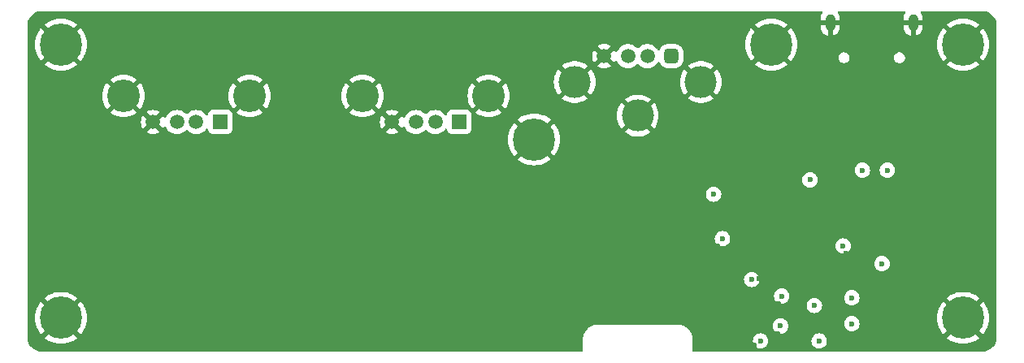
<source format=gbr>
%TF.GenerationSoftware,KiCad,Pcbnew,8.0.4*%
%TF.CreationDate,2025-06-24T22:11:05-05:00*%
%TF.ProjectId,numlocked_HUB,6e756d6c-6f63-46b6-9564-5f4855422e6b,rev?*%
%TF.SameCoordinates,Original*%
%TF.FileFunction,Copper,L3,Inr*%
%TF.FilePolarity,Positive*%
%FSLAX46Y46*%
G04 Gerber Fmt 4.6, Leading zero omitted, Abs format (unit mm)*
G04 Created by KiCad (PCBNEW 8.0.4) date 2025-06-24 22:11:05*
%MOMM*%
%LPD*%
G01*
G04 APERTURE LIST*
G04 Aperture macros list*
%AMRoundRect*
0 Rectangle with rounded corners*
0 $1 Rounding radius*
0 $2 $3 $4 $5 $6 $7 $8 $9 X,Y pos of 4 corners*
0 Add a 4 corners polygon primitive as box body*
4,1,4,$2,$3,$4,$5,$6,$7,$8,$9,$2,$3,0*
0 Add four circle primitives for the rounded corners*
1,1,$1+$1,$2,$3*
1,1,$1+$1,$4,$5*
1,1,$1+$1,$6,$7*
1,1,$1+$1,$8,$9*
0 Add four rect primitives between the rounded corners*
20,1,$1+$1,$2,$3,$4,$5,0*
20,1,$1+$1,$4,$5,$6,$7,0*
20,1,$1+$1,$6,$7,$8,$9,0*
20,1,$1+$1,$8,$9,$2,$3,0*%
G04 Aperture macros list end*
%TA.AperFunction,ComponentPad*%
%ADD10C,4.400000*%
%TD*%
%TA.AperFunction,ComponentPad*%
%ADD11O,1.000000X2.100000*%
%TD*%
%TA.AperFunction,ComponentPad*%
%ADD12O,1.000000X1.800000*%
%TD*%
%TA.AperFunction,ComponentPad*%
%ADD13R,1.508000X1.508000*%
%TD*%
%TA.AperFunction,ComponentPad*%
%ADD14C,1.508000*%
%TD*%
%TA.AperFunction,ComponentPad*%
%ADD15C,3.396000*%
%TD*%
%TA.AperFunction,ComponentPad*%
%ADD16RoundRect,0.377000X0.377000X0.377000X-0.377000X0.377000X-0.377000X-0.377000X0.377000X-0.377000X0*%
%TD*%
%TA.AperFunction,ComponentPad*%
%ADD17C,3.340000*%
%TD*%
%TA.AperFunction,ViaPad*%
%ADD18C,0.700000*%
%TD*%
%TA.AperFunction,ViaPad*%
%ADD19C,0.600000*%
%TD*%
G04 APERTURE END LIST*
D10*
%TO.N,GND*%
%TO.C,H3*%
X92000000Y-42500000D03*
%TD*%
%TO.N,GND*%
%TO.C,H6*%
X92000000Y-71000000D03*
%TD*%
D11*
%TO.N,GND*%
%TO.C,J1*%
X180797500Y-44380000D03*
X172157500Y-44380000D03*
D12*
X180797500Y-40200000D03*
X172157500Y-40200000D03*
%TD*%
D13*
%TO.N,+5V*%
%TO.C,J3*%
X133500000Y-50570000D03*
D14*
%TO.N,/USB_DOWN2_N*%
X131000000Y-50570000D03*
%TO.N,/USB_DOWN2_P*%
X129000000Y-50570000D03*
%TO.N,GND*%
X126500000Y-50570000D03*
D15*
X136570000Y-47860000D03*
X123430000Y-47860000D03*
%TD*%
D10*
%TO.N,GND*%
%TO.C,H4*%
X186000000Y-71000000D03*
%TD*%
D13*
%TO.N,+5V*%
%TO.C,J4*%
X108600000Y-50570000D03*
D14*
%TO.N,/USB_DOWN3_N*%
X106100000Y-50570000D03*
%TO.N,/USB_DOWN3_P*%
X104100000Y-50570000D03*
%TO.N,GND*%
X101600000Y-50570000D03*
D15*
X111670000Y-47860000D03*
X98530000Y-47860000D03*
%TD*%
D10*
%TO.N,GND*%
%TO.C,H1*%
X186000000Y-42500000D03*
%TD*%
%TO.N,GND*%
%TO.C,H2*%
X141300000Y-52400000D03*
%TD*%
%TO.N,GND*%
%TO.C,H2*%
X166000000Y-42500000D03*
%TD*%
D16*
%TO.N,+5V*%
%TO.C,J2*%
X155600000Y-43705000D03*
D14*
%TO.N,/USB_DOWN1_N*%
X153100000Y-43705000D03*
%TO.N,/USB_DOWN1_P*%
X151100000Y-43705000D03*
%TO.N,GND*%
X148600000Y-43705000D03*
D17*
X158670000Y-46415000D03*
X152100000Y-49915000D03*
X145530000Y-46415000D03*
%TD*%
D18*
%TO.N,GND*%
X117750000Y-57950000D03*
X166800000Y-61500000D03*
X161000000Y-55600000D03*
X92200000Y-59700000D03*
X119650000Y-57950000D03*
X175400000Y-66100000D03*
X92200000Y-55900000D03*
D19*
X178500000Y-49500000D03*
X186000000Y-60800000D03*
X171100000Y-67500000D03*
D18*
X175200000Y-62600000D03*
X103600000Y-43900000D03*
D19*
X171800000Y-72500000D03*
X150500000Y-68000000D03*
D18*
X166800000Y-63900000D03*
X162550000Y-55650000D03*
D19*
X186200000Y-55900000D03*
X186100000Y-65700000D03*
X149500000Y-66900000D03*
X164224008Y-73827830D03*
D18*
X162200000Y-48790000D03*
X165600000Y-62700000D03*
X126500000Y-48300000D03*
X168000000Y-62700000D03*
X165400000Y-53400000D03*
D19*
X183600000Y-60800000D03*
D18*
X92200000Y-57800000D03*
X168000000Y-61500000D03*
X159700000Y-59700000D03*
D19*
X163800000Y-55700000D03*
D18*
X169100000Y-55300000D03*
D19*
X175260000Y-57340000D03*
X163800000Y-65500000D03*
D18*
X165600000Y-63900000D03*
X171200000Y-55300000D03*
D19*
X166800011Y-69499989D03*
D18*
X105500000Y-43900000D03*
D19*
X167570487Y-70365000D03*
D18*
X101700000Y-43900000D03*
D19*
X164762767Y-66866989D03*
D18*
X170600000Y-48200000D03*
X115850000Y-57950000D03*
X126500000Y-52500000D03*
X163550000Y-47900000D03*
X161000000Y-49490000D03*
D19*
X166700000Y-72640274D03*
D18*
X128400000Y-48300000D03*
D19*
X175200000Y-60800000D03*
X181125000Y-49100000D03*
D18*
X101600000Y-52300000D03*
D19*
X175300000Y-59100000D03*
D18*
X165600000Y-61500000D03*
D19*
X173819879Y-64240783D03*
X160392909Y-63481418D03*
X150500000Y-65600000D03*
D18*
X130300000Y-48300000D03*
X168000000Y-63900000D03*
D19*
%TO.N,+5V*%
X178100000Y-55600000D03*
X171000000Y-73400000D03*
X175500000Y-55600000D03*
X170500000Y-69700000D03*
X164900000Y-73400000D03*
X174400000Y-68900000D03*
%TO.N,+3V3*%
X174400000Y-71600000D03*
X160925000Y-62730386D03*
X166973629Y-71840271D03*
X177550000Y-65350000D03*
X167100640Y-68724509D03*
X173500000Y-63500000D03*
X163973900Y-67000000D03*
X170052781Y-56608819D03*
X160000000Y-58100000D03*
%TD*%
%TA.AperFunction,Conductor*%
%TO.N,GND*%
G36*
X171324070Y-39020185D02*
G01*
X171369825Y-39072989D01*
X171379769Y-39142147D01*
X171360133Y-39193391D01*
X171271314Y-39326316D01*
X171271307Y-39326328D01*
X171195930Y-39508306D01*
X171195927Y-39508318D01*
X171157500Y-39701504D01*
X171157500Y-39950000D01*
X171857500Y-39950000D01*
X171857500Y-40450000D01*
X171157500Y-40450000D01*
X171157500Y-40698495D01*
X171195927Y-40891681D01*
X171195930Y-40891693D01*
X171271307Y-41073671D01*
X171271314Y-41073684D01*
X171380748Y-41237462D01*
X171380751Y-41237466D01*
X171520033Y-41376748D01*
X171520037Y-41376751D01*
X171683815Y-41486185D01*
X171683828Y-41486192D01*
X171865808Y-41561569D01*
X171907500Y-41569862D01*
X171907500Y-40766988D01*
X171917440Y-40784205D01*
X171973295Y-40840060D01*
X172041704Y-40879556D01*
X172118004Y-40900000D01*
X172196996Y-40900000D01*
X172273296Y-40879556D01*
X172341705Y-40840060D01*
X172397560Y-40784205D01*
X172407500Y-40766988D01*
X172407500Y-41569862D01*
X172449190Y-41561569D01*
X172449192Y-41561569D01*
X172631171Y-41486192D01*
X172631184Y-41486185D01*
X172794962Y-41376751D01*
X172794966Y-41376748D01*
X172934248Y-41237466D01*
X172934251Y-41237462D01*
X173043685Y-41073684D01*
X173043692Y-41073671D01*
X173119069Y-40891693D01*
X173119072Y-40891681D01*
X173157499Y-40698495D01*
X173157500Y-40698492D01*
X173157500Y-40450000D01*
X172457500Y-40450000D01*
X172457500Y-39950000D01*
X173157500Y-39950000D01*
X173157500Y-39701508D01*
X173157499Y-39701504D01*
X173119072Y-39508318D01*
X173119069Y-39508306D01*
X173043692Y-39326328D01*
X173043685Y-39326316D01*
X172954867Y-39193391D01*
X172933989Y-39126714D01*
X172952473Y-39059334D01*
X173004452Y-39012643D01*
X173057969Y-39000500D01*
X179897031Y-39000500D01*
X179964070Y-39020185D01*
X180009825Y-39072989D01*
X180019769Y-39142147D01*
X180000133Y-39193391D01*
X179911314Y-39326316D01*
X179911307Y-39326328D01*
X179835930Y-39508306D01*
X179835927Y-39508318D01*
X179797500Y-39701504D01*
X179797500Y-39950000D01*
X180497500Y-39950000D01*
X180497500Y-40450000D01*
X179797500Y-40450000D01*
X179797500Y-40698495D01*
X179835927Y-40891681D01*
X179835930Y-40891693D01*
X179911307Y-41073671D01*
X179911314Y-41073684D01*
X180020748Y-41237462D01*
X180020751Y-41237466D01*
X180160033Y-41376748D01*
X180160037Y-41376751D01*
X180323815Y-41486185D01*
X180323828Y-41486192D01*
X180505808Y-41561569D01*
X180547500Y-41569862D01*
X180547500Y-40766988D01*
X180557440Y-40784205D01*
X180613295Y-40840060D01*
X180681704Y-40879556D01*
X180758004Y-40900000D01*
X180836996Y-40900000D01*
X180913296Y-40879556D01*
X180981705Y-40840060D01*
X181037560Y-40784205D01*
X181047500Y-40766988D01*
X181047500Y-41569862D01*
X181089190Y-41561569D01*
X181089192Y-41561569D01*
X181271171Y-41486192D01*
X181271184Y-41486185D01*
X181434962Y-41376751D01*
X181434966Y-41376748D01*
X181574248Y-41237466D01*
X181574251Y-41237462D01*
X181683685Y-41073684D01*
X181683692Y-41073671D01*
X181759069Y-40891693D01*
X181759072Y-40891681D01*
X181797499Y-40698495D01*
X181797500Y-40698492D01*
X181797500Y-40450000D01*
X181097500Y-40450000D01*
X181097500Y-39950000D01*
X181797500Y-39950000D01*
X181797500Y-39701508D01*
X181797499Y-39701504D01*
X181759072Y-39508318D01*
X181759069Y-39508306D01*
X181683692Y-39326328D01*
X181683685Y-39326316D01*
X181594867Y-39193391D01*
X181573989Y-39126714D01*
X181592473Y-39059334D01*
X181644452Y-39012643D01*
X181697969Y-39000500D01*
X187934108Y-39000500D01*
X187995572Y-39000500D01*
X188004418Y-39000816D01*
X188204561Y-39015130D01*
X188222063Y-39017647D01*
X188413797Y-39059355D01*
X188430755Y-39064334D01*
X188598000Y-39126714D01*
X188614609Y-39132909D01*
X188630701Y-39140259D01*
X188802904Y-39234288D01*
X188817784Y-39243849D01*
X188974867Y-39361441D01*
X188988237Y-39373027D01*
X189126972Y-39511762D01*
X189138558Y-39525132D01*
X189256146Y-39682210D01*
X189265711Y-39697095D01*
X189359740Y-39869298D01*
X189367090Y-39885390D01*
X189435662Y-40069236D01*
X189440646Y-40086212D01*
X189482351Y-40277931D01*
X189484869Y-40295442D01*
X189499184Y-40495580D01*
X189499500Y-40504427D01*
X189499500Y-72995572D01*
X189499184Y-73004419D01*
X189484869Y-73204557D01*
X189482351Y-73222068D01*
X189440646Y-73413787D01*
X189435662Y-73430763D01*
X189367090Y-73614609D01*
X189359740Y-73630701D01*
X189265711Y-73802904D01*
X189256146Y-73817789D01*
X189138558Y-73974867D01*
X189126972Y-73988237D01*
X188988237Y-74126972D01*
X188974867Y-74138558D01*
X188817789Y-74256146D01*
X188802904Y-74265711D01*
X188630701Y-74359740D01*
X188614609Y-74367090D01*
X188430763Y-74435662D01*
X188413787Y-74440646D01*
X188222068Y-74482351D01*
X188204557Y-74484869D01*
X188023779Y-74497799D01*
X188004417Y-74499184D01*
X187995572Y-74499500D01*
X157924500Y-74499500D01*
X157857461Y-74479815D01*
X157811706Y-74427011D01*
X157800500Y-74375500D01*
X157800500Y-73399996D01*
X164094435Y-73399996D01*
X164094435Y-73400003D01*
X164114630Y-73579249D01*
X164114631Y-73579254D01*
X164174211Y-73749523D01*
X164207753Y-73802904D01*
X164270184Y-73902262D01*
X164397738Y-74029816D01*
X164550478Y-74125789D01*
X164586970Y-74138558D01*
X164720745Y-74185368D01*
X164720750Y-74185369D01*
X164899996Y-74205565D01*
X164900000Y-74205565D01*
X164900004Y-74205565D01*
X165079249Y-74185369D01*
X165079252Y-74185368D01*
X165079255Y-74185368D01*
X165249522Y-74125789D01*
X165402262Y-74029816D01*
X165529816Y-73902262D01*
X165625789Y-73749522D01*
X165685368Y-73579255D01*
X165691012Y-73529164D01*
X165705565Y-73400003D01*
X165705565Y-73399996D01*
X170194435Y-73399996D01*
X170194435Y-73400003D01*
X170214630Y-73579249D01*
X170214631Y-73579254D01*
X170274211Y-73749523D01*
X170307753Y-73802904D01*
X170370184Y-73902262D01*
X170497738Y-74029816D01*
X170650478Y-74125789D01*
X170686970Y-74138558D01*
X170820745Y-74185368D01*
X170820750Y-74185369D01*
X170999996Y-74205565D01*
X171000000Y-74205565D01*
X171000004Y-74205565D01*
X171179249Y-74185369D01*
X171179252Y-74185368D01*
X171179255Y-74185368D01*
X171349522Y-74125789D01*
X171502262Y-74029816D01*
X171629816Y-73902262D01*
X171725789Y-73749522D01*
X171785368Y-73579255D01*
X171791012Y-73529164D01*
X171805565Y-73400003D01*
X171805565Y-73399996D01*
X171785369Y-73220750D01*
X171785368Y-73220745D01*
X171725788Y-73050476D01*
X171686582Y-72988080D01*
X171629816Y-72897738D01*
X171502262Y-72770184D01*
X171470085Y-72749966D01*
X171349523Y-72674211D01*
X171179254Y-72614631D01*
X171179249Y-72614630D01*
X171000004Y-72594435D01*
X170999996Y-72594435D01*
X170820750Y-72614630D01*
X170820745Y-72614631D01*
X170650476Y-72674211D01*
X170497737Y-72770184D01*
X170370184Y-72897737D01*
X170274211Y-73050476D01*
X170214631Y-73220745D01*
X170214630Y-73220750D01*
X170194435Y-73399996D01*
X165705565Y-73399996D01*
X165685369Y-73220750D01*
X165685368Y-73220745D01*
X165625788Y-73050476D01*
X165586582Y-72988080D01*
X165529816Y-72897738D01*
X165402262Y-72770184D01*
X165370085Y-72749966D01*
X165249523Y-72674211D01*
X165079254Y-72614631D01*
X165079249Y-72614630D01*
X164900004Y-72594435D01*
X164899996Y-72594435D01*
X164720750Y-72614630D01*
X164720745Y-72614631D01*
X164550476Y-72674211D01*
X164397737Y-72770184D01*
X164270184Y-72897737D01*
X164174211Y-73050476D01*
X164114631Y-73220745D01*
X164114630Y-73220750D01*
X164094435Y-73399996D01*
X157800500Y-73399996D01*
X157800500Y-73092683D01*
X157800500Y-73092682D01*
X157769954Y-72880231D01*
X157709484Y-72674290D01*
X157709483Y-72674288D01*
X157709482Y-72674284D01*
X157620327Y-72479061D01*
X157620320Y-72479048D01*
X157560116Y-72385369D01*
X157504281Y-72298487D01*
X157410097Y-72189793D01*
X157363724Y-72136275D01*
X157201514Y-71995720D01*
X157201513Y-71995719D01*
X157116063Y-71940804D01*
X157020951Y-71879679D01*
X157020938Y-71879672D01*
X156934653Y-71840267D01*
X166168064Y-71840267D01*
X166168064Y-71840274D01*
X166188259Y-72019520D01*
X166188260Y-72019525D01*
X166247840Y-72189794D01*
X166290096Y-72257043D01*
X166343813Y-72342533D01*
X166471367Y-72470087D01*
X166561709Y-72526853D01*
X166577183Y-72536576D01*
X166624107Y-72566060D01*
X166762912Y-72614630D01*
X166794374Y-72625639D01*
X166794379Y-72625640D01*
X166973625Y-72645836D01*
X166973629Y-72645836D01*
X166973633Y-72645836D01*
X167152878Y-72625640D01*
X167152881Y-72625639D01*
X167152884Y-72625639D01*
X167323151Y-72566060D01*
X167475891Y-72470087D01*
X167603445Y-72342533D01*
X167699418Y-72189793D01*
X167758997Y-72019526D01*
X167759010Y-72019410D01*
X167779194Y-71840274D01*
X167779194Y-71840267D01*
X167758998Y-71661021D01*
X167758997Y-71661016D01*
X167737648Y-71600003D01*
X167737646Y-71599996D01*
X173594435Y-71599996D01*
X173594435Y-71600003D01*
X173614630Y-71779249D01*
X173614631Y-71779254D01*
X173674211Y-71949523D01*
X173718197Y-72019525D01*
X173770184Y-72102262D01*
X173897738Y-72229816D01*
X174050478Y-72325789D01*
X174098330Y-72342533D01*
X174220745Y-72385368D01*
X174220750Y-72385369D01*
X174399996Y-72405565D01*
X174400000Y-72405565D01*
X174400004Y-72405565D01*
X174579249Y-72385369D01*
X174579252Y-72385368D01*
X174579255Y-72385368D01*
X174749522Y-72325789D01*
X174902262Y-72229816D01*
X175029816Y-72102262D01*
X175125789Y-71949522D01*
X175185368Y-71779255D01*
X175185369Y-71779249D01*
X175205565Y-71600003D01*
X175205565Y-71599996D01*
X175185369Y-71420750D01*
X175185368Y-71420745D01*
X175125789Y-71250478D01*
X175029816Y-71097738D01*
X174932078Y-71000000D01*
X183295065Y-71000000D01*
X183314786Y-71326038D01*
X183373667Y-71647341D01*
X183470835Y-71959164D01*
X183470839Y-71959175D01*
X183604897Y-72257041D01*
X183604898Y-72257043D01*
X183773881Y-72536576D01*
X183921476Y-72724968D01*
X185063708Y-71582736D01*
X185160967Y-71716602D01*
X185283398Y-71839033D01*
X185417262Y-71936290D01*
X184275030Y-73078522D01*
X184275030Y-73078523D01*
X184463423Y-73226118D01*
X184742956Y-73395101D01*
X184742958Y-73395102D01*
X185040824Y-73529160D01*
X185040835Y-73529164D01*
X185352658Y-73626332D01*
X185673961Y-73685213D01*
X186000000Y-73704934D01*
X186326038Y-73685213D01*
X186647341Y-73626332D01*
X186959164Y-73529164D01*
X186959175Y-73529160D01*
X187257041Y-73395102D01*
X187257043Y-73395101D01*
X187536586Y-73226112D01*
X187724968Y-73078523D01*
X187724968Y-73078522D01*
X186582737Y-71936290D01*
X186716602Y-71839033D01*
X186839033Y-71716602D01*
X186936290Y-71582737D01*
X188078522Y-72724968D01*
X188078523Y-72724968D01*
X188226112Y-72536586D01*
X188395101Y-72257043D01*
X188395102Y-72257041D01*
X188529160Y-71959175D01*
X188529164Y-71959164D01*
X188626332Y-71647341D01*
X188685213Y-71326038D01*
X188704934Y-71000000D01*
X188685213Y-70673961D01*
X188626332Y-70352658D01*
X188529164Y-70040835D01*
X188529160Y-70040824D01*
X188395102Y-69742958D01*
X188395101Y-69742956D01*
X188226118Y-69463423D01*
X188078522Y-69275030D01*
X186936290Y-70417262D01*
X186839033Y-70283398D01*
X186716602Y-70160967D01*
X186582736Y-70063709D01*
X187724968Y-68921476D01*
X187536576Y-68773881D01*
X187257043Y-68604898D01*
X187257041Y-68604897D01*
X186959175Y-68470839D01*
X186959164Y-68470835D01*
X186647341Y-68373667D01*
X186326038Y-68314786D01*
X186000000Y-68295065D01*
X185673961Y-68314786D01*
X185352658Y-68373667D01*
X185040835Y-68470835D01*
X185040824Y-68470839D01*
X184742958Y-68604897D01*
X184742956Y-68604898D01*
X184463422Y-68773881D01*
X184463416Y-68773886D01*
X184275030Y-68921474D01*
X184275029Y-68921476D01*
X185417262Y-70063709D01*
X185283398Y-70160967D01*
X185160967Y-70283398D01*
X185063709Y-70417262D01*
X183921476Y-69275029D01*
X183921474Y-69275030D01*
X183773886Y-69463416D01*
X183773881Y-69463422D01*
X183604898Y-69742956D01*
X183604897Y-69742958D01*
X183470839Y-70040824D01*
X183470835Y-70040835D01*
X183373667Y-70352658D01*
X183314786Y-70673961D01*
X183295065Y-71000000D01*
X174932078Y-71000000D01*
X174902262Y-70970184D01*
X174749523Y-70874211D01*
X174579254Y-70814631D01*
X174579249Y-70814630D01*
X174400004Y-70794435D01*
X174399996Y-70794435D01*
X174220750Y-70814630D01*
X174220745Y-70814631D01*
X174050476Y-70874211D01*
X173897737Y-70970184D01*
X173770184Y-71097737D01*
X173674211Y-71250476D01*
X173614631Y-71420745D01*
X173614630Y-71420750D01*
X173594435Y-71599996D01*
X167737646Y-71599996D01*
X167699418Y-71490749D01*
X167603445Y-71338009D01*
X167475891Y-71210455D01*
X167323152Y-71114482D01*
X167152883Y-71054902D01*
X167152878Y-71054901D01*
X166973633Y-71034706D01*
X166973625Y-71034706D01*
X166794379Y-71054901D01*
X166794374Y-71054902D01*
X166624105Y-71114482D01*
X166471366Y-71210455D01*
X166343813Y-71338008D01*
X166247840Y-71490747D01*
X166188260Y-71661016D01*
X166188259Y-71661021D01*
X166168064Y-71840267D01*
X156934653Y-71840267D01*
X156825715Y-71790517D01*
X156619774Y-71730047D01*
X156619764Y-71730044D01*
X156428754Y-71702582D01*
X156407318Y-71699500D01*
X156365892Y-71699500D01*
X147965892Y-71699500D01*
X147900000Y-71699500D01*
X147792682Y-71699500D01*
X147580235Y-71730044D01*
X147580225Y-71730047D01*
X147374284Y-71790517D01*
X147179061Y-71879672D01*
X147179048Y-71879679D01*
X146998485Y-71995720D01*
X146836275Y-72136275D01*
X146695720Y-72298485D01*
X146579679Y-72479048D01*
X146579672Y-72479061D01*
X146490517Y-72674284D01*
X146430047Y-72880225D01*
X146430044Y-72880235D01*
X146399500Y-73092682D01*
X146399500Y-74375500D01*
X146379815Y-74442539D01*
X146327011Y-74488294D01*
X146275500Y-74499500D01*
X90004428Y-74499500D01*
X89995582Y-74499184D01*
X89973622Y-74497613D01*
X89795442Y-74484869D01*
X89777931Y-74482351D01*
X89586212Y-74440646D01*
X89569236Y-74435662D01*
X89385390Y-74367090D01*
X89369298Y-74359740D01*
X89197095Y-74265711D01*
X89182210Y-74256146D01*
X89025132Y-74138558D01*
X89011762Y-74126972D01*
X88873027Y-73988237D01*
X88861441Y-73974867D01*
X88743849Y-73817784D01*
X88734288Y-73802904D01*
X88640259Y-73630701D01*
X88632909Y-73614609D01*
X88564334Y-73430755D01*
X88559355Y-73413797D01*
X88517647Y-73222063D01*
X88515130Y-73204556D01*
X88514804Y-73200000D01*
X88500816Y-73004418D01*
X88500500Y-72995572D01*
X88500500Y-71000000D01*
X89295065Y-71000000D01*
X89314786Y-71326038D01*
X89373667Y-71647341D01*
X89470835Y-71959164D01*
X89470839Y-71959175D01*
X89604897Y-72257041D01*
X89604898Y-72257043D01*
X89773881Y-72536576D01*
X89921476Y-72724968D01*
X91063708Y-71582736D01*
X91160967Y-71716602D01*
X91283398Y-71839033D01*
X91417262Y-71936290D01*
X90275030Y-73078522D01*
X90275030Y-73078523D01*
X90463423Y-73226118D01*
X90742956Y-73395101D01*
X90742958Y-73395102D01*
X91040824Y-73529160D01*
X91040835Y-73529164D01*
X91352658Y-73626332D01*
X91673961Y-73685213D01*
X92000000Y-73704934D01*
X92326038Y-73685213D01*
X92647341Y-73626332D01*
X92959164Y-73529164D01*
X92959175Y-73529160D01*
X93257041Y-73395102D01*
X93257043Y-73395101D01*
X93536586Y-73226112D01*
X93724968Y-73078523D01*
X93724968Y-73078522D01*
X92582737Y-71936290D01*
X92716602Y-71839033D01*
X92839033Y-71716602D01*
X92936290Y-71582737D01*
X94078522Y-72724968D01*
X94078523Y-72724968D01*
X94226112Y-72536586D01*
X94395101Y-72257043D01*
X94395102Y-72257041D01*
X94529160Y-71959175D01*
X94529164Y-71959164D01*
X94626332Y-71647341D01*
X94685213Y-71326038D01*
X94704934Y-71000000D01*
X94685213Y-70673961D01*
X94626332Y-70352658D01*
X94529164Y-70040835D01*
X94529160Y-70040824D01*
X94395102Y-69742958D01*
X94395101Y-69742956D01*
X94369131Y-69699996D01*
X169694435Y-69699996D01*
X169694435Y-69700003D01*
X169714630Y-69879249D01*
X169714631Y-69879254D01*
X169774211Y-70049523D01*
X169870184Y-70202262D01*
X169997738Y-70329816D01*
X170150478Y-70425789D01*
X170320745Y-70485368D01*
X170320750Y-70485369D01*
X170499996Y-70505565D01*
X170500000Y-70505565D01*
X170500004Y-70505565D01*
X170679249Y-70485369D01*
X170679252Y-70485368D01*
X170679255Y-70485368D01*
X170849522Y-70425789D01*
X171002262Y-70329816D01*
X171129816Y-70202262D01*
X171225789Y-70049522D01*
X171285368Y-69879255D01*
X171305565Y-69700000D01*
X171303916Y-69685369D01*
X171285369Y-69520750D01*
X171285368Y-69520745D01*
X171265308Y-69463416D01*
X171225789Y-69350478D01*
X171129816Y-69197738D01*
X171002262Y-69070184D01*
X170849523Y-68974211D01*
X170679254Y-68914631D01*
X170679249Y-68914630D01*
X170549362Y-68899996D01*
X173594435Y-68899996D01*
X173594435Y-68900003D01*
X173614630Y-69079249D01*
X173614631Y-69079254D01*
X173674211Y-69249523D01*
X173740063Y-69354325D01*
X173770184Y-69402262D01*
X173897738Y-69529816D01*
X174050478Y-69625789D01*
X174220745Y-69685368D01*
X174220750Y-69685369D01*
X174399996Y-69705565D01*
X174400000Y-69705565D01*
X174400004Y-69705565D01*
X174579249Y-69685369D01*
X174579252Y-69685368D01*
X174579255Y-69685368D01*
X174749522Y-69625789D01*
X174902262Y-69529816D01*
X175029816Y-69402262D01*
X175125789Y-69249522D01*
X175185368Y-69079255D01*
X175185369Y-69079249D01*
X175205565Y-68900003D01*
X175205565Y-68899996D01*
X175185369Y-68720750D01*
X175185368Y-68720745D01*
X175125788Y-68550476D01*
X175029815Y-68397737D01*
X174902262Y-68270184D01*
X174749523Y-68174211D01*
X174579254Y-68114631D01*
X174579249Y-68114630D01*
X174400004Y-68094435D01*
X174399996Y-68094435D01*
X174220750Y-68114630D01*
X174220745Y-68114631D01*
X174050476Y-68174211D01*
X173897737Y-68270184D01*
X173770184Y-68397737D01*
X173674211Y-68550476D01*
X173614631Y-68720745D01*
X173614630Y-68720750D01*
X173594435Y-68899996D01*
X170549362Y-68899996D01*
X170500004Y-68894435D01*
X170499996Y-68894435D01*
X170320750Y-68914630D01*
X170320745Y-68914631D01*
X170150476Y-68974211D01*
X169997737Y-69070184D01*
X169870184Y-69197737D01*
X169774211Y-69350476D01*
X169714631Y-69520745D01*
X169714630Y-69520750D01*
X169694435Y-69699996D01*
X94369131Y-69699996D01*
X94226118Y-69463423D01*
X94078522Y-69275030D01*
X92936290Y-70417262D01*
X92839033Y-70283398D01*
X92716602Y-70160967D01*
X92582736Y-70063709D01*
X93724968Y-68921476D01*
X93536576Y-68773881D01*
X93454898Y-68724505D01*
X166295075Y-68724505D01*
X166295075Y-68724512D01*
X166315270Y-68903758D01*
X166315271Y-68903763D01*
X166374851Y-69074032D01*
X166378133Y-69079255D01*
X166470824Y-69226771D01*
X166598378Y-69354325D01*
X166751118Y-69450298D01*
X166921385Y-69509877D01*
X166921390Y-69509878D01*
X167100636Y-69530074D01*
X167100640Y-69530074D01*
X167100644Y-69530074D01*
X167279889Y-69509878D01*
X167279892Y-69509877D01*
X167279895Y-69509877D01*
X167450162Y-69450298D01*
X167602902Y-69354325D01*
X167730456Y-69226771D01*
X167826429Y-69074031D01*
X167886008Y-68903764D01*
X167906205Y-68724509D01*
X167905781Y-68720750D01*
X167886009Y-68545259D01*
X167886008Y-68545254D01*
X167834390Y-68397738D01*
X167826429Y-68374987D01*
X167730456Y-68222247D01*
X167602902Y-68094693D01*
X167602491Y-68094435D01*
X167450163Y-67998720D01*
X167279894Y-67939140D01*
X167279889Y-67939139D01*
X167100644Y-67918944D01*
X167100636Y-67918944D01*
X166921390Y-67939139D01*
X166921385Y-67939140D01*
X166751116Y-67998720D01*
X166598377Y-68094693D01*
X166470824Y-68222246D01*
X166374851Y-68374985D01*
X166315271Y-68545254D01*
X166315270Y-68545259D01*
X166295075Y-68724505D01*
X93454898Y-68724505D01*
X93257043Y-68604898D01*
X93257041Y-68604897D01*
X92959175Y-68470839D01*
X92959164Y-68470835D01*
X92647341Y-68373667D01*
X92326038Y-68314786D01*
X92000000Y-68295065D01*
X91673961Y-68314786D01*
X91352658Y-68373667D01*
X91040835Y-68470835D01*
X91040824Y-68470839D01*
X90742958Y-68604897D01*
X90742956Y-68604898D01*
X90463422Y-68773881D01*
X90463416Y-68773886D01*
X90275030Y-68921474D01*
X90275029Y-68921476D01*
X91417262Y-70063709D01*
X91283398Y-70160967D01*
X91160967Y-70283398D01*
X91063709Y-70417262D01*
X89921476Y-69275029D01*
X89921474Y-69275030D01*
X89773886Y-69463416D01*
X89773881Y-69463422D01*
X89604898Y-69742956D01*
X89604897Y-69742958D01*
X89470839Y-70040824D01*
X89470835Y-70040835D01*
X89373667Y-70352658D01*
X89314786Y-70673961D01*
X89295065Y-71000000D01*
X88500500Y-71000000D01*
X88500500Y-66999996D01*
X163168335Y-66999996D01*
X163168335Y-67000003D01*
X163188530Y-67179249D01*
X163188531Y-67179254D01*
X163248111Y-67349523D01*
X163344084Y-67502262D01*
X163471638Y-67629816D01*
X163624378Y-67725789D01*
X163794645Y-67785368D01*
X163794650Y-67785369D01*
X163973896Y-67805565D01*
X163973900Y-67805565D01*
X163973904Y-67805565D01*
X164153149Y-67785369D01*
X164153152Y-67785368D01*
X164153155Y-67785368D01*
X164323422Y-67725789D01*
X164476162Y-67629816D01*
X164603716Y-67502262D01*
X164699689Y-67349522D01*
X164759268Y-67179255D01*
X164779465Y-67000000D01*
X164759268Y-66820745D01*
X164699689Y-66650478D01*
X164603716Y-66497738D01*
X164476162Y-66370184D01*
X164323423Y-66274211D01*
X164153154Y-66214631D01*
X164153149Y-66214630D01*
X163973904Y-66194435D01*
X163973896Y-66194435D01*
X163794650Y-66214630D01*
X163794645Y-66214631D01*
X163624376Y-66274211D01*
X163471637Y-66370184D01*
X163344084Y-66497737D01*
X163248111Y-66650476D01*
X163188531Y-66820745D01*
X163188530Y-66820750D01*
X163168335Y-66999996D01*
X88500500Y-66999996D01*
X88500500Y-65349996D01*
X176744435Y-65349996D01*
X176744435Y-65350003D01*
X176764630Y-65529249D01*
X176764631Y-65529254D01*
X176824211Y-65699523D01*
X176920184Y-65852262D01*
X177047738Y-65979816D01*
X177200478Y-66075789D01*
X177370745Y-66135368D01*
X177370750Y-66135369D01*
X177549996Y-66155565D01*
X177550000Y-66155565D01*
X177550004Y-66155565D01*
X177729249Y-66135369D01*
X177729252Y-66135368D01*
X177729255Y-66135368D01*
X177899522Y-66075789D01*
X178052262Y-65979816D01*
X178179816Y-65852262D01*
X178275789Y-65699522D01*
X178335368Y-65529255D01*
X178355565Y-65350000D01*
X178335368Y-65170745D01*
X178275789Y-65000478D01*
X178179816Y-64847738D01*
X178052262Y-64720184D01*
X177899523Y-64624211D01*
X177729254Y-64564631D01*
X177729249Y-64564630D01*
X177550004Y-64544435D01*
X177549996Y-64544435D01*
X177370750Y-64564630D01*
X177370745Y-64564631D01*
X177200476Y-64624211D01*
X177047737Y-64720184D01*
X176920184Y-64847737D01*
X176824211Y-65000476D01*
X176764631Y-65170745D01*
X176764630Y-65170750D01*
X176744435Y-65349996D01*
X88500500Y-65349996D01*
X88500500Y-62730382D01*
X160119435Y-62730382D01*
X160119435Y-62730389D01*
X160139630Y-62909635D01*
X160139631Y-62909640D01*
X160199211Y-63079909D01*
X160243552Y-63150476D01*
X160295184Y-63232648D01*
X160422738Y-63360202D01*
X160575478Y-63456175D01*
X160700711Y-63499996D01*
X160745745Y-63515754D01*
X160745750Y-63515755D01*
X160924996Y-63535951D01*
X160925000Y-63535951D01*
X160925004Y-63535951D01*
X161104249Y-63515755D01*
X161104252Y-63515754D01*
X161104255Y-63515754D01*
X161149289Y-63499996D01*
X172694435Y-63499996D01*
X172694435Y-63500003D01*
X172714630Y-63679249D01*
X172714631Y-63679254D01*
X172774211Y-63849523D01*
X172870184Y-64002262D01*
X172997738Y-64129816D01*
X173150478Y-64225789D01*
X173320745Y-64285368D01*
X173320750Y-64285369D01*
X173499996Y-64305565D01*
X173500000Y-64305565D01*
X173500004Y-64305565D01*
X173679249Y-64285369D01*
X173679252Y-64285368D01*
X173679255Y-64285368D01*
X173849522Y-64225789D01*
X174002262Y-64129816D01*
X174129816Y-64002262D01*
X174225789Y-63849522D01*
X174285368Y-63679255D01*
X174285369Y-63679249D01*
X174305565Y-63500003D01*
X174305565Y-63499996D01*
X174285369Y-63320750D01*
X174285368Y-63320745D01*
X174225789Y-63150478D01*
X174129816Y-62997738D01*
X174002262Y-62870184D01*
X173849523Y-62774211D01*
X173679254Y-62714631D01*
X173679249Y-62714630D01*
X173500004Y-62694435D01*
X173499996Y-62694435D01*
X173320750Y-62714630D01*
X173320745Y-62714631D01*
X173150476Y-62774211D01*
X172997737Y-62870184D01*
X172870184Y-62997737D01*
X172774211Y-63150476D01*
X172714631Y-63320745D01*
X172714630Y-63320750D01*
X172694435Y-63499996D01*
X161149289Y-63499996D01*
X161274522Y-63456175D01*
X161427262Y-63360202D01*
X161554816Y-63232648D01*
X161650789Y-63079908D01*
X161710368Y-62909641D01*
X161730565Y-62730386D01*
X161726514Y-62694435D01*
X161710369Y-62551136D01*
X161710368Y-62551131D01*
X161650788Y-62380862D01*
X161554815Y-62228123D01*
X161427262Y-62100570D01*
X161274523Y-62004597D01*
X161104254Y-61945017D01*
X161104249Y-61945016D01*
X160925004Y-61924821D01*
X160924996Y-61924821D01*
X160745750Y-61945016D01*
X160745745Y-61945017D01*
X160575476Y-62004597D01*
X160422737Y-62100570D01*
X160295184Y-62228123D01*
X160199211Y-62380862D01*
X160139631Y-62551131D01*
X160139630Y-62551136D01*
X160119435Y-62730382D01*
X88500500Y-62730382D01*
X88500500Y-58099996D01*
X159194435Y-58099996D01*
X159194435Y-58100003D01*
X159214630Y-58279249D01*
X159214631Y-58279254D01*
X159274211Y-58449523D01*
X159370184Y-58602262D01*
X159497738Y-58729816D01*
X159650478Y-58825789D01*
X159820745Y-58885368D01*
X159820750Y-58885369D01*
X159999996Y-58905565D01*
X160000000Y-58905565D01*
X160000004Y-58905565D01*
X160179249Y-58885369D01*
X160179252Y-58885368D01*
X160179255Y-58885368D01*
X160349522Y-58825789D01*
X160502262Y-58729816D01*
X160629816Y-58602262D01*
X160725789Y-58449522D01*
X160785368Y-58279255D01*
X160805565Y-58100000D01*
X160785368Y-57920745D01*
X160725789Y-57750478D01*
X160629816Y-57597738D01*
X160502262Y-57470184D01*
X160413457Y-57414384D01*
X160349523Y-57374211D01*
X160179254Y-57314631D01*
X160179249Y-57314630D01*
X160000004Y-57294435D01*
X159999996Y-57294435D01*
X159820750Y-57314630D01*
X159820745Y-57314631D01*
X159650476Y-57374211D01*
X159497737Y-57470184D01*
X159370184Y-57597737D01*
X159274211Y-57750476D01*
X159214631Y-57920745D01*
X159214630Y-57920750D01*
X159194435Y-58099996D01*
X88500500Y-58099996D01*
X88500500Y-56608815D01*
X169247216Y-56608815D01*
X169247216Y-56608822D01*
X169267411Y-56788068D01*
X169267412Y-56788073D01*
X169326992Y-56958342D01*
X169422965Y-57111081D01*
X169550519Y-57238635D01*
X169703259Y-57334608D01*
X169816438Y-57374211D01*
X169873526Y-57394187D01*
X169873531Y-57394188D01*
X170052777Y-57414384D01*
X170052781Y-57414384D01*
X170052785Y-57414384D01*
X170232030Y-57394188D01*
X170232033Y-57394187D01*
X170232036Y-57394187D01*
X170402303Y-57334608D01*
X170555043Y-57238635D01*
X170682597Y-57111081D01*
X170778570Y-56958341D01*
X170838149Y-56788074D01*
X170858346Y-56608819D01*
X170838149Y-56429564D01*
X170778570Y-56259297D01*
X170682597Y-56106557D01*
X170555043Y-55979003D01*
X170508126Y-55949523D01*
X170402304Y-55883030D01*
X170232035Y-55823450D01*
X170232030Y-55823449D01*
X170052785Y-55803254D01*
X170052777Y-55803254D01*
X169873531Y-55823449D01*
X169873526Y-55823450D01*
X169703257Y-55883030D01*
X169550518Y-55979003D01*
X169422965Y-56106556D01*
X169326992Y-56259295D01*
X169267412Y-56429564D01*
X169267411Y-56429569D01*
X169247216Y-56608815D01*
X88500500Y-56608815D01*
X88500500Y-55599996D01*
X174694435Y-55599996D01*
X174694435Y-55600003D01*
X174714630Y-55779249D01*
X174714631Y-55779254D01*
X174774211Y-55949523D01*
X174792735Y-55979003D01*
X174870184Y-56102262D01*
X174997738Y-56229816D01*
X175150478Y-56325789D01*
X175320745Y-56385368D01*
X175320750Y-56385369D01*
X175499996Y-56405565D01*
X175500000Y-56405565D01*
X175500004Y-56405565D01*
X175679249Y-56385369D01*
X175679252Y-56385368D01*
X175679255Y-56385368D01*
X175849522Y-56325789D01*
X176002262Y-56229816D01*
X176129816Y-56102262D01*
X176225789Y-55949522D01*
X176285368Y-55779255D01*
X176305565Y-55600000D01*
X176305565Y-55599996D01*
X177294435Y-55599996D01*
X177294435Y-55600003D01*
X177314630Y-55779249D01*
X177314631Y-55779254D01*
X177374211Y-55949523D01*
X177392735Y-55979003D01*
X177470184Y-56102262D01*
X177597738Y-56229816D01*
X177750478Y-56325789D01*
X177920745Y-56385368D01*
X177920750Y-56385369D01*
X178099996Y-56405565D01*
X178100000Y-56405565D01*
X178100004Y-56405565D01*
X178279249Y-56385369D01*
X178279252Y-56385368D01*
X178279255Y-56385368D01*
X178449522Y-56325789D01*
X178602262Y-56229816D01*
X178729816Y-56102262D01*
X178825789Y-55949522D01*
X178885368Y-55779255D01*
X178905565Y-55600000D01*
X178885368Y-55420745D01*
X178825789Y-55250478D01*
X178729816Y-55097738D01*
X178602262Y-54970184D01*
X178449523Y-54874211D01*
X178279254Y-54814631D01*
X178279249Y-54814630D01*
X178100004Y-54794435D01*
X178099996Y-54794435D01*
X177920750Y-54814630D01*
X177920745Y-54814631D01*
X177750476Y-54874211D01*
X177597737Y-54970184D01*
X177470184Y-55097737D01*
X177374211Y-55250476D01*
X177314631Y-55420745D01*
X177314630Y-55420750D01*
X177294435Y-55599996D01*
X176305565Y-55599996D01*
X176285368Y-55420745D01*
X176225789Y-55250478D01*
X176129816Y-55097738D01*
X176002262Y-54970184D01*
X175849523Y-54874211D01*
X175679254Y-54814631D01*
X175679249Y-54814630D01*
X175500004Y-54794435D01*
X175499996Y-54794435D01*
X175320750Y-54814630D01*
X175320745Y-54814631D01*
X175150476Y-54874211D01*
X174997737Y-54970184D01*
X174870184Y-55097737D01*
X174774211Y-55250476D01*
X174714631Y-55420745D01*
X174714630Y-55420750D01*
X174694435Y-55599996D01*
X88500500Y-55599996D01*
X88500500Y-52400000D01*
X138595065Y-52400000D01*
X138614786Y-52726038D01*
X138673667Y-53047341D01*
X138770835Y-53359164D01*
X138770839Y-53359175D01*
X138904897Y-53657041D01*
X138904898Y-53657043D01*
X139073881Y-53936576D01*
X139221476Y-54124968D01*
X140363708Y-52982736D01*
X140460967Y-53116602D01*
X140583398Y-53239033D01*
X140717262Y-53336290D01*
X139575030Y-54478522D01*
X139575030Y-54478523D01*
X139763423Y-54626118D01*
X140042956Y-54795101D01*
X140042958Y-54795102D01*
X140340824Y-54929160D01*
X140340835Y-54929164D01*
X140652658Y-55026332D01*
X140973961Y-55085213D01*
X141300000Y-55104934D01*
X141626038Y-55085213D01*
X141947341Y-55026332D01*
X142259164Y-54929164D01*
X142259175Y-54929160D01*
X142557041Y-54795102D01*
X142557043Y-54795101D01*
X142836586Y-54626112D01*
X143024968Y-54478523D01*
X143024968Y-54478522D01*
X141882737Y-53336290D01*
X142016602Y-53239033D01*
X142139033Y-53116602D01*
X142236290Y-52982736D01*
X143378522Y-54124968D01*
X143378523Y-54124968D01*
X143526112Y-53936586D01*
X143695101Y-53657043D01*
X143695102Y-53657041D01*
X143829160Y-53359175D01*
X143829164Y-53359164D01*
X143926332Y-53047341D01*
X143985213Y-52726038D01*
X144004934Y-52400000D01*
X143985213Y-52073961D01*
X143926332Y-51752658D01*
X143829164Y-51440835D01*
X143829160Y-51440824D01*
X143695102Y-51142958D01*
X143695101Y-51142956D01*
X143526118Y-50863423D01*
X143378522Y-50675030D01*
X142236290Y-51817261D01*
X142139033Y-51683398D01*
X142016602Y-51560967D01*
X141882736Y-51463709D01*
X143024968Y-50321476D01*
X142836576Y-50173881D01*
X142557043Y-50004898D01*
X142557041Y-50004897D01*
X142357297Y-49915000D01*
X149924929Y-49915000D01*
X149945187Y-50211172D01*
X149945188Y-50211174D01*
X150005583Y-50501812D01*
X150005588Y-50501831D01*
X150104999Y-50781549D01*
X150241577Y-51045133D01*
X150241581Y-51045139D01*
X150396639Y-51264805D01*
X150396640Y-51264806D01*
X151113593Y-50547852D01*
X151207574Y-50677204D01*
X151337796Y-50807426D01*
X151467146Y-50901405D01*
X150752439Y-51616111D01*
X150845682Y-51691970D01*
X151099327Y-51846214D01*
X151371611Y-51964483D01*
X151657462Y-52044575D01*
X151657469Y-52044576D01*
X151951567Y-52085000D01*
X152248433Y-52085000D01*
X152542530Y-52044576D01*
X152542537Y-52044575D01*
X152828388Y-51964483D01*
X153100672Y-51846214D01*
X153354314Y-51691972D01*
X153354329Y-51691962D01*
X153447558Y-51616111D01*
X152732852Y-50901405D01*
X152862204Y-50807426D01*
X152992426Y-50677204D01*
X153086405Y-50547852D01*
X153803358Y-51264805D01*
X153803359Y-51264805D01*
X153958422Y-51045132D01*
X154095000Y-50781549D01*
X154194411Y-50501831D01*
X154194416Y-50501812D01*
X154254811Y-50211174D01*
X154254812Y-50211172D01*
X154275070Y-49915000D01*
X154254812Y-49618827D01*
X154254811Y-49618825D01*
X154194416Y-49328187D01*
X154194411Y-49328168D01*
X154095000Y-49048450D01*
X153958422Y-48784867D01*
X153803358Y-48565193D01*
X153086405Y-49282146D01*
X152992426Y-49152796D01*
X152862204Y-49022574D01*
X152732852Y-48928594D01*
X153447559Y-48213887D01*
X153354326Y-48138037D01*
X153354313Y-48138027D01*
X153100672Y-47983785D01*
X152828388Y-47865516D01*
X152542537Y-47785424D01*
X152542530Y-47785423D01*
X152248433Y-47745000D01*
X151951567Y-47745000D01*
X151657469Y-47785423D01*
X151657462Y-47785424D01*
X151371611Y-47865516D01*
X151099327Y-47983785D01*
X150845681Y-48138031D01*
X150845668Y-48138039D01*
X150752439Y-48213886D01*
X150752439Y-48213887D01*
X151467147Y-48928594D01*
X151337796Y-49022574D01*
X151207574Y-49152796D01*
X151113594Y-49282146D01*
X150396640Y-48565192D01*
X150396639Y-48565192D01*
X150241581Y-48784860D01*
X150241577Y-48784866D01*
X150104999Y-49048450D01*
X150005588Y-49328168D01*
X150005583Y-49328187D01*
X149945188Y-49618825D01*
X149945187Y-49618827D01*
X149924929Y-49915000D01*
X142357297Y-49915000D01*
X142259175Y-49870839D01*
X142259164Y-49870835D01*
X141947341Y-49773667D01*
X141626038Y-49714786D01*
X141300000Y-49695065D01*
X140973961Y-49714786D01*
X140652658Y-49773667D01*
X140340835Y-49870835D01*
X140340824Y-49870839D01*
X140042958Y-50004897D01*
X140042956Y-50004898D01*
X139763422Y-50173881D01*
X139763416Y-50173886D01*
X139575030Y-50321474D01*
X139575029Y-50321476D01*
X140717262Y-51463709D01*
X140583398Y-51560967D01*
X140460967Y-51683398D01*
X140363709Y-51817262D01*
X139221476Y-50675029D01*
X139221474Y-50675030D01*
X139073886Y-50863416D01*
X139073881Y-50863422D01*
X138904898Y-51142956D01*
X138904897Y-51142958D01*
X138770839Y-51440824D01*
X138770835Y-51440835D01*
X138673667Y-51752658D01*
X138614786Y-52073961D01*
X138595065Y-52400000D01*
X88500500Y-52400000D01*
X88500500Y-50569999D01*
X100341210Y-50569999D01*
X100341210Y-50570000D01*
X100360333Y-50788582D01*
X100360335Y-50788592D01*
X100417121Y-51000524D01*
X100417125Y-51000533D01*
X100509854Y-51199392D01*
X100554003Y-51262443D01*
X101117037Y-50699409D01*
X101134075Y-50762993D01*
X101199901Y-50877007D01*
X101292993Y-50970099D01*
X101407007Y-51035925D01*
X101470590Y-51052962D01*
X100907555Y-51615996D01*
X100970601Y-51660142D01*
X100970605Y-51660144D01*
X101169466Y-51752874D01*
X101169475Y-51752878D01*
X101381407Y-51809664D01*
X101381417Y-51809666D01*
X101599999Y-51828790D01*
X101600001Y-51828790D01*
X101818582Y-51809666D01*
X101818592Y-51809664D01*
X102030524Y-51752878D01*
X102030533Y-51752874D01*
X102229392Y-51660145D01*
X102292443Y-51615995D01*
X101729410Y-51052962D01*
X101792993Y-51035925D01*
X101907007Y-50970099D01*
X102000099Y-50877007D01*
X102065925Y-50762993D01*
X102082962Y-50699409D01*
X102645995Y-51262442D01*
X102690146Y-51199390D01*
X102737342Y-51098179D01*
X102783514Y-51045739D01*
X102850707Y-51026587D01*
X102917589Y-51046802D01*
X102962106Y-51098178D01*
X103009421Y-51199646D01*
X103009423Y-51199650D01*
X103135322Y-51379452D01*
X103135327Y-51379458D01*
X103290541Y-51534672D01*
X103290547Y-51534677D01*
X103470349Y-51660576D01*
X103470351Y-51660577D01*
X103470354Y-51660579D01*
X103669297Y-51753347D01*
X103881326Y-51810161D01*
X104033510Y-51823475D01*
X104099998Y-51829292D01*
X104100000Y-51829292D01*
X104100002Y-51829292D01*
X104166490Y-51823475D01*
X104318674Y-51810161D01*
X104530703Y-51753347D01*
X104729646Y-51660579D01*
X104909457Y-51534674D01*
X105012319Y-51431812D01*
X105073642Y-51398327D01*
X105143334Y-51403311D01*
X105187681Y-51431812D01*
X105290541Y-51534672D01*
X105290547Y-51534677D01*
X105470349Y-51660576D01*
X105470351Y-51660577D01*
X105470354Y-51660579D01*
X105669297Y-51753347D01*
X105881326Y-51810161D01*
X106033510Y-51823475D01*
X106099998Y-51829292D01*
X106100000Y-51829292D01*
X106100002Y-51829292D01*
X106166490Y-51823475D01*
X106318674Y-51810161D01*
X106530703Y-51753347D01*
X106729646Y-51660579D01*
X106909457Y-51534674D01*
X107064674Y-51379457D01*
X107119926Y-51300547D01*
X107174501Y-51256924D01*
X107243999Y-51249730D01*
X107306354Y-51281252D01*
X107341769Y-51341481D01*
X107345120Y-51368573D01*
X107345146Y-51368571D01*
X107345146Y-51368573D01*
X107345324Y-51368564D01*
X107345479Y-51371473D01*
X107345500Y-51371637D01*
X107345500Y-51371852D01*
X107345501Y-51371876D01*
X107351908Y-51431483D01*
X107402202Y-51566328D01*
X107402206Y-51566335D01*
X107488452Y-51681544D01*
X107488455Y-51681547D01*
X107603664Y-51767793D01*
X107603671Y-51767797D01*
X107738517Y-51818091D01*
X107738516Y-51818091D01*
X107745444Y-51818835D01*
X107798127Y-51824500D01*
X109401872Y-51824499D01*
X109461483Y-51818091D01*
X109596331Y-51767796D01*
X109711546Y-51681546D01*
X109797796Y-51566331D01*
X109848091Y-51431483D01*
X109854500Y-51371873D01*
X109854499Y-50569999D01*
X125241210Y-50569999D01*
X125241210Y-50570000D01*
X125260333Y-50788582D01*
X125260335Y-50788592D01*
X125317121Y-51000524D01*
X125317125Y-51000533D01*
X125409854Y-51199392D01*
X125454003Y-51262443D01*
X126017037Y-50699409D01*
X126034075Y-50762993D01*
X126099901Y-50877007D01*
X126192993Y-50970099D01*
X126307007Y-51035925D01*
X126370590Y-51052962D01*
X125807555Y-51615996D01*
X125870601Y-51660142D01*
X125870605Y-51660144D01*
X126069466Y-51752874D01*
X126069475Y-51752878D01*
X126281407Y-51809664D01*
X126281417Y-51809666D01*
X126499999Y-51828790D01*
X126500001Y-51828790D01*
X126718582Y-51809666D01*
X126718592Y-51809664D01*
X126930524Y-51752878D01*
X126930533Y-51752874D01*
X127129392Y-51660145D01*
X127192443Y-51615995D01*
X126629410Y-51052962D01*
X126692993Y-51035925D01*
X126807007Y-50970099D01*
X126900099Y-50877007D01*
X126965925Y-50762993D01*
X126982962Y-50699409D01*
X127545995Y-51262442D01*
X127590146Y-51199390D01*
X127637342Y-51098179D01*
X127683514Y-51045739D01*
X127750707Y-51026587D01*
X127817589Y-51046802D01*
X127862106Y-51098178D01*
X127909421Y-51199646D01*
X127909423Y-51199650D01*
X128035322Y-51379452D01*
X128035327Y-51379458D01*
X128190541Y-51534672D01*
X128190547Y-51534677D01*
X128370349Y-51660576D01*
X128370351Y-51660577D01*
X128370354Y-51660579D01*
X128569297Y-51753347D01*
X128781326Y-51810161D01*
X128933510Y-51823475D01*
X128999998Y-51829292D01*
X129000000Y-51829292D01*
X129000002Y-51829292D01*
X129066490Y-51823475D01*
X129218674Y-51810161D01*
X129430703Y-51753347D01*
X129629646Y-51660579D01*
X129809457Y-51534674D01*
X129912319Y-51431812D01*
X129973642Y-51398327D01*
X130043334Y-51403311D01*
X130087681Y-51431812D01*
X130190541Y-51534672D01*
X130190547Y-51534677D01*
X130370349Y-51660576D01*
X130370351Y-51660577D01*
X130370354Y-51660579D01*
X130569297Y-51753347D01*
X130781326Y-51810161D01*
X130933510Y-51823475D01*
X130999998Y-51829292D01*
X131000000Y-51829292D01*
X131000002Y-51829292D01*
X131066490Y-51823475D01*
X131218674Y-51810161D01*
X131430703Y-51753347D01*
X131629646Y-51660579D01*
X131809457Y-51534674D01*
X131964674Y-51379457D01*
X132019926Y-51300547D01*
X132074501Y-51256924D01*
X132143999Y-51249730D01*
X132206354Y-51281252D01*
X132241769Y-51341481D01*
X132245120Y-51368573D01*
X132245146Y-51368571D01*
X132245146Y-51368573D01*
X132245324Y-51368564D01*
X132245479Y-51371473D01*
X132245500Y-51371637D01*
X132245500Y-51371852D01*
X132245501Y-51371876D01*
X132251908Y-51431483D01*
X132302202Y-51566328D01*
X132302206Y-51566335D01*
X132388452Y-51681544D01*
X132388455Y-51681547D01*
X132503664Y-51767793D01*
X132503671Y-51767797D01*
X132638517Y-51818091D01*
X132638516Y-51818091D01*
X132645444Y-51818835D01*
X132698127Y-51824500D01*
X134301872Y-51824499D01*
X134361483Y-51818091D01*
X134496331Y-51767796D01*
X134611546Y-51681546D01*
X134697796Y-51566331D01*
X134748091Y-51431483D01*
X134754500Y-51371873D01*
X134754499Y-49768128D01*
X134748091Y-49708517D01*
X134747968Y-49708188D01*
X134697797Y-49573671D01*
X134697793Y-49573664D01*
X134611547Y-49458455D01*
X134611544Y-49458452D01*
X134496335Y-49372206D01*
X134496328Y-49372202D01*
X134361482Y-49321908D01*
X134361483Y-49321908D01*
X134301883Y-49315501D01*
X134301881Y-49315500D01*
X134301873Y-49315500D01*
X134301864Y-49315500D01*
X132698129Y-49315500D01*
X132698123Y-49315501D01*
X132638516Y-49321908D01*
X132503671Y-49372202D01*
X132503664Y-49372206D01*
X132388455Y-49458452D01*
X132388452Y-49458455D01*
X132302206Y-49573664D01*
X132302202Y-49573671D01*
X132251908Y-49708517D01*
X132246315Y-49760543D01*
X132245501Y-49768123D01*
X132245500Y-49768135D01*
X132245500Y-49768326D01*
X132245487Y-49768368D01*
X132245322Y-49771452D01*
X132244593Y-49771412D01*
X132225815Y-49835365D01*
X132173011Y-49881120D01*
X132103853Y-49891064D01*
X132040297Y-49862039D01*
X132019925Y-49839449D01*
X131994353Y-49802929D01*
X131964674Y-49760543D01*
X131809457Y-49605326D01*
X131809455Y-49605325D01*
X131809452Y-49605322D01*
X131629650Y-49479423D01*
X131629642Y-49479419D01*
X131430708Y-49386655D01*
X131430706Y-49386654D01*
X131430703Y-49386653D01*
X131279885Y-49346240D01*
X131218675Y-49329839D01*
X131218668Y-49329838D01*
X131000002Y-49310708D01*
X130999998Y-49310708D01*
X130781331Y-49329838D01*
X130781324Y-49329839D01*
X130658902Y-49362642D01*
X130569297Y-49386653D01*
X130569295Y-49386653D01*
X130569291Y-49386655D01*
X130370357Y-49479419D01*
X130370349Y-49479423D01*
X130190547Y-49605322D01*
X130190541Y-49605327D01*
X130087681Y-49708188D01*
X130026358Y-49741673D01*
X129956666Y-49736689D01*
X129912319Y-49708188D01*
X129809458Y-49605327D01*
X129809452Y-49605322D01*
X129629650Y-49479423D01*
X129629642Y-49479419D01*
X129430708Y-49386655D01*
X129430706Y-49386654D01*
X129430703Y-49386653D01*
X129279885Y-49346240D01*
X129218675Y-49329839D01*
X129218668Y-49329838D01*
X129000002Y-49310708D01*
X128999998Y-49310708D01*
X128781331Y-49329838D01*
X128781324Y-49329839D01*
X128658902Y-49362642D01*
X128569297Y-49386653D01*
X128569295Y-49386653D01*
X128569291Y-49386655D01*
X128370357Y-49479419D01*
X128370349Y-49479423D01*
X128190547Y-49605322D01*
X128190541Y-49605327D01*
X128035327Y-49760541D01*
X128035322Y-49760547D01*
X127909423Y-49940349D01*
X127909421Y-49940353D01*
X127862106Y-50041821D01*
X127815933Y-50094260D01*
X127748740Y-50113412D01*
X127681859Y-50093196D01*
X127637342Y-50041821D01*
X127590144Y-49940605D01*
X127590142Y-49940601D01*
X127545996Y-49877555D01*
X126982962Y-50440589D01*
X126965925Y-50377007D01*
X126900099Y-50262993D01*
X126807007Y-50169901D01*
X126692993Y-50104075D01*
X126629409Y-50087037D01*
X127192443Y-49524003D01*
X127129392Y-49479854D01*
X126930533Y-49387125D01*
X126930524Y-49387121D01*
X126718592Y-49330335D01*
X126718582Y-49330333D01*
X126500001Y-49311210D01*
X126499999Y-49311210D01*
X126281417Y-49330333D01*
X126281407Y-49330335D01*
X126069475Y-49387121D01*
X126069466Y-49387124D01*
X125870606Y-49479855D01*
X125870604Y-49479856D01*
X125807556Y-49524003D01*
X125807555Y-49524003D01*
X126370590Y-50087037D01*
X126307007Y-50104075D01*
X126192993Y-50169901D01*
X126099901Y-50262993D01*
X126034075Y-50377007D01*
X126017037Y-50440589D01*
X125454003Y-49877555D01*
X125454003Y-49877556D01*
X125409856Y-49940604D01*
X125409855Y-49940606D01*
X125317124Y-50139466D01*
X125317121Y-50139475D01*
X125260335Y-50351407D01*
X125260333Y-50351417D01*
X125241210Y-50569999D01*
X109854499Y-50569999D01*
X109854499Y-49768128D01*
X109848091Y-49708517D01*
X109847968Y-49708188D01*
X109797797Y-49573671D01*
X109797793Y-49573664D01*
X109711547Y-49458455D01*
X109711544Y-49458452D01*
X109596335Y-49372206D01*
X109596328Y-49372202D01*
X109461482Y-49321908D01*
X109461483Y-49321908D01*
X109401883Y-49315501D01*
X109401881Y-49315500D01*
X109401873Y-49315500D01*
X109401864Y-49315500D01*
X107798129Y-49315500D01*
X107798123Y-49315501D01*
X107738516Y-49321908D01*
X107603671Y-49372202D01*
X107603664Y-49372206D01*
X107488455Y-49458452D01*
X107488452Y-49458455D01*
X107402206Y-49573664D01*
X107402202Y-49573671D01*
X107351908Y-49708517D01*
X107346315Y-49760543D01*
X107345501Y-49768123D01*
X107345500Y-49768135D01*
X107345500Y-49768326D01*
X107345487Y-49768368D01*
X107345322Y-49771452D01*
X107344593Y-49771412D01*
X107325815Y-49835365D01*
X107273011Y-49881120D01*
X107203853Y-49891064D01*
X107140297Y-49862039D01*
X107119925Y-49839449D01*
X107094353Y-49802929D01*
X107064674Y-49760543D01*
X106909457Y-49605326D01*
X106909455Y-49605325D01*
X106909452Y-49605322D01*
X106729650Y-49479423D01*
X106729642Y-49479419D01*
X106530708Y-49386655D01*
X106530706Y-49386654D01*
X106530703Y-49386653D01*
X106379885Y-49346240D01*
X106318675Y-49329839D01*
X106318668Y-49329838D01*
X106100002Y-49310708D01*
X106099998Y-49310708D01*
X105881331Y-49329838D01*
X105881324Y-49329839D01*
X105758902Y-49362642D01*
X105669297Y-49386653D01*
X105669295Y-49386653D01*
X105669291Y-49386655D01*
X105470357Y-49479419D01*
X105470349Y-49479423D01*
X105290547Y-49605322D01*
X105290541Y-49605327D01*
X105187681Y-49708188D01*
X105126358Y-49741673D01*
X105056666Y-49736689D01*
X105012319Y-49708188D01*
X104909458Y-49605327D01*
X104909452Y-49605322D01*
X104729650Y-49479423D01*
X104729642Y-49479419D01*
X104530708Y-49386655D01*
X104530706Y-49386654D01*
X104530703Y-49386653D01*
X104379885Y-49346240D01*
X104318675Y-49329839D01*
X104318668Y-49329838D01*
X104100002Y-49310708D01*
X104099998Y-49310708D01*
X103881331Y-49329838D01*
X103881324Y-49329839D01*
X103758902Y-49362642D01*
X103669297Y-49386653D01*
X103669295Y-49386653D01*
X103669291Y-49386655D01*
X103470357Y-49479419D01*
X103470349Y-49479423D01*
X103290547Y-49605322D01*
X103290541Y-49605327D01*
X103135327Y-49760541D01*
X103135322Y-49760547D01*
X103009423Y-49940349D01*
X103009421Y-49940353D01*
X102962106Y-50041821D01*
X102915933Y-50094260D01*
X102848740Y-50113412D01*
X102781859Y-50093196D01*
X102737342Y-50041821D01*
X102690144Y-49940605D01*
X102690142Y-49940601D01*
X102645996Y-49877555D01*
X102082962Y-50440589D01*
X102065925Y-50377007D01*
X102000099Y-50262993D01*
X101907007Y-50169901D01*
X101792993Y-50104075D01*
X101729409Y-50087037D01*
X102292443Y-49524003D01*
X102229392Y-49479854D01*
X102030533Y-49387125D01*
X102030524Y-49387121D01*
X101818592Y-49330335D01*
X101818582Y-49330333D01*
X101600001Y-49311210D01*
X101599999Y-49311210D01*
X101381417Y-49330333D01*
X101381407Y-49330335D01*
X101169475Y-49387121D01*
X101169466Y-49387124D01*
X100970606Y-49479855D01*
X100970604Y-49479856D01*
X100907556Y-49524003D01*
X100907555Y-49524003D01*
X101470590Y-50087037D01*
X101407007Y-50104075D01*
X101292993Y-50169901D01*
X101199901Y-50262993D01*
X101134075Y-50377007D01*
X101117037Y-50440589D01*
X100554003Y-49877555D01*
X100554003Y-49877556D01*
X100509856Y-49940604D01*
X100509855Y-49940606D01*
X100417124Y-50139466D01*
X100417121Y-50139475D01*
X100360335Y-50351407D01*
X100360333Y-50351417D01*
X100341210Y-50569999D01*
X88500500Y-50569999D01*
X88500500Y-47859992D01*
X96327284Y-47859992D01*
X96327284Y-47860007D01*
X96346127Y-48147495D01*
X96346131Y-48147522D01*
X96402339Y-48430099D01*
X96402344Y-48430118D01*
X96494952Y-48702935D01*
X96494956Y-48702945D01*
X96622392Y-48961359D01*
X96782468Y-49200930D01*
X96807253Y-49229191D01*
X96807254Y-49229191D01*
X97529275Y-48507170D01*
X97622319Y-48635233D01*
X97754767Y-48767681D01*
X97882828Y-48860723D01*
X97160807Y-49582744D01*
X97160807Y-49582745D01*
X97189071Y-49607531D01*
X97189076Y-49607536D01*
X97428640Y-49767607D01*
X97687054Y-49895043D01*
X97687064Y-49895047D01*
X97959881Y-49987655D01*
X97959900Y-49987660D01*
X98242477Y-50043868D01*
X98242504Y-50043872D01*
X98529993Y-50062716D01*
X98530007Y-50062716D01*
X98817495Y-50043872D01*
X98817522Y-50043868D01*
X99100099Y-49987660D01*
X99100118Y-49987655D01*
X99372935Y-49895047D01*
X99372945Y-49895043D01*
X99631359Y-49767607D01*
X99870921Y-49607537D01*
X99899191Y-49582743D01*
X99177171Y-48860723D01*
X99305233Y-48767681D01*
X99437681Y-48635233D01*
X99530723Y-48507171D01*
X100252743Y-49229191D01*
X100277537Y-49200921D01*
X100437607Y-48961359D01*
X100565043Y-48702945D01*
X100565047Y-48702935D01*
X100657655Y-48430118D01*
X100657660Y-48430099D01*
X100713868Y-48147522D01*
X100713872Y-48147495D01*
X100732716Y-47860007D01*
X100732716Y-47859992D01*
X109467284Y-47859992D01*
X109467284Y-47860007D01*
X109486127Y-48147495D01*
X109486131Y-48147522D01*
X109542339Y-48430099D01*
X109542344Y-48430118D01*
X109634952Y-48702935D01*
X109634956Y-48702945D01*
X109762392Y-48961359D01*
X109922468Y-49200930D01*
X109947253Y-49229191D01*
X109947254Y-49229191D01*
X110669275Y-48507170D01*
X110762319Y-48635233D01*
X110894767Y-48767681D01*
X111022828Y-48860723D01*
X110300807Y-49582744D01*
X110300807Y-49582745D01*
X110329071Y-49607531D01*
X110329076Y-49607536D01*
X110568640Y-49767607D01*
X110827054Y-49895043D01*
X110827064Y-49895047D01*
X111099881Y-49987655D01*
X111099900Y-49987660D01*
X111382477Y-50043868D01*
X111382504Y-50043872D01*
X111669993Y-50062716D01*
X111670007Y-50062716D01*
X111957495Y-50043872D01*
X111957522Y-50043868D01*
X112240099Y-49987660D01*
X112240118Y-49987655D01*
X112512935Y-49895047D01*
X112512945Y-49895043D01*
X112771359Y-49767607D01*
X113010921Y-49607537D01*
X113039191Y-49582743D01*
X112317171Y-48860723D01*
X112445233Y-48767681D01*
X112577681Y-48635233D01*
X112670723Y-48507171D01*
X113392743Y-49229191D01*
X113417537Y-49200921D01*
X113577607Y-48961359D01*
X113705043Y-48702945D01*
X113705047Y-48702935D01*
X113797655Y-48430118D01*
X113797660Y-48430099D01*
X113853868Y-48147522D01*
X113853872Y-48147495D01*
X113872716Y-47860007D01*
X113872716Y-47859992D01*
X121227284Y-47859992D01*
X121227284Y-47860007D01*
X121246127Y-48147495D01*
X121246131Y-48147522D01*
X121302339Y-48430099D01*
X121302344Y-48430118D01*
X121394952Y-48702935D01*
X121394956Y-48702945D01*
X121522392Y-48961359D01*
X121682468Y-49200930D01*
X121707253Y-49229191D01*
X121707254Y-49229191D01*
X122429275Y-48507170D01*
X122522319Y-48635233D01*
X122654767Y-48767681D01*
X122782828Y-48860723D01*
X122060807Y-49582744D01*
X122060807Y-49582745D01*
X122089071Y-49607531D01*
X122089076Y-49607536D01*
X122328640Y-49767607D01*
X122587054Y-49895043D01*
X122587064Y-49895047D01*
X122859881Y-49987655D01*
X122859900Y-49987660D01*
X123142477Y-50043868D01*
X123142504Y-50043872D01*
X123429993Y-50062716D01*
X123430007Y-50062716D01*
X123717495Y-50043872D01*
X123717522Y-50043868D01*
X124000099Y-49987660D01*
X124000118Y-49987655D01*
X124272935Y-49895047D01*
X124272945Y-49895043D01*
X124531359Y-49767607D01*
X124770921Y-49607537D01*
X124799191Y-49582743D01*
X124077171Y-48860723D01*
X124205233Y-48767681D01*
X124337681Y-48635233D01*
X124430723Y-48507171D01*
X125152743Y-49229191D01*
X125177537Y-49200921D01*
X125337607Y-48961359D01*
X125465043Y-48702945D01*
X125465047Y-48702935D01*
X125557655Y-48430118D01*
X125557660Y-48430099D01*
X125613868Y-48147522D01*
X125613872Y-48147495D01*
X125632716Y-47860007D01*
X125632716Y-47859992D01*
X134367284Y-47859992D01*
X134367284Y-47860007D01*
X134386127Y-48147495D01*
X134386131Y-48147522D01*
X134442339Y-48430099D01*
X134442344Y-48430118D01*
X134534952Y-48702935D01*
X134534956Y-48702945D01*
X134662392Y-48961359D01*
X134822468Y-49200930D01*
X134847253Y-49229191D01*
X134847254Y-49229191D01*
X135569275Y-48507170D01*
X135662319Y-48635233D01*
X135794767Y-48767681D01*
X135922828Y-48860723D01*
X135200807Y-49582744D01*
X135200807Y-49582745D01*
X135229071Y-49607531D01*
X135229076Y-49607536D01*
X135468640Y-49767607D01*
X135727054Y-49895043D01*
X135727064Y-49895047D01*
X135999881Y-49987655D01*
X135999900Y-49987660D01*
X136282477Y-50043868D01*
X136282504Y-50043872D01*
X136569993Y-50062716D01*
X136570007Y-50062716D01*
X136857495Y-50043872D01*
X136857522Y-50043868D01*
X137140099Y-49987660D01*
X137140118Y-49987655D01*
X137412935Y-49895047D01*
X137412945Y-49895043D01*
X137671359Y-49767607D01*
X137910921Y-49607537D01*
X137939191Y-49582743D01*
X137217171Y-48860723D01*
X137345233Y-48767681D01*
X137477681Y-48635233D01*
X137570723Y-48507171D01*
X138292743Y-49229191D01*
X138317537Y-49200921D01*
X138477607Y-48961359D01*
X138605043Y-48702945D01*
X138605047Y-48702935D01*
X138697655Y-48430118D01*
X138697660Y-48430099D01*
X138753868Y-48147522D01*
X138753872Y-48147495D01*
X138772716Y-47860007D01*
X138772716Y-47859992D01*
X138753872Y-47572504D01*
X138753868Y-47572477D01*
X138697660Y-47289900D01*
X138697655Y-47289881D01*
X138605047Y-47017064D01*
X138605043Y-47017054D01*
X138477607Y-46758640D01*
X138317536Y-46519076D01*
X138317531Y-46519071D01*
X138292744Y-46490807D01*
X137570723Y-47212827D01*
X137477681Y-47084767D01*
X137345233Y-46952319D01*
X137217170Y-46859275D01*
X137661445Y-46415000D01*
X143354929Y-46415000D01*
X143375187Y-46711172D01*
X143375188Y-46711174D01*
X143435583Y-47001812D01*
X143435588Y-47001831D01*
X143534999Y-47281549D01*
X143671577Y-47545133D01*
X143671581Y-47545139D01*
X143826639Y-47764805D01*
X143826640Y-47764806D01*
X144543594Y-47047852D01*
X144637574Y-47177204D01*
X144767796Y-47307426D01*
X144897146Y-47401405D01*
X144182439Y-48116111D01*
X144275682Y-48191970D01*
X144529327Y-48346214D01*
X144801611Y-48464483D01*
X145087462Y-48544575D01*
X145087469Y-48544576D01*
X145381567Y-48585000D01*
X145678433Y-48585000D01*
X145972530Y-48544576D01*
X145972537Y-48544575D01*
X146258388Y-48464483D01*
X146530672Y-48346214D01*
X146784314Y-48191972D01*
X146784329Y-48191962D01*
X146877558Y-48116111D01*
X146162852Y-47401405D01*
X146292204Y-47307426D01*
X146422426Y-47177204D01*
X146516405Y-47047852D01*
X147233358Y-47764805D01*
X147233359Y-47764805D01*
X147388422Y-47545132D01*
X147525000Y-47281549D01*
X147624411Y-47001831D01*
X147624416Y-47001812D01*
X147684811Y-46711174D01*
X147684812Y-46711172D01*
X147705070Y-46415000D01*
X156494929Y-46415000D01*
X156515187Y-46711172D01*
X156515188Y-46711174D01*
X156575583Y-47001812D01*
X156575588Y-47001831D01*
X156674999Y-47281549D01*
X156811577Y-47545133D01*
X156811581Y-47545139D01*
X156966639Y-47764805D01*
X156966640Y-47764806D01*
X157683593Y-47047852D01*
X157777574Y-47177204D01*
X157907796Y-47307426D01*
X158037146Y-47401405D01*
X157322439Y-48116111D01*
X157415682Y-48191970D01*
X157669327Y-48346214D01*
X157941611Y-48464483D01*
X158227462Y-48544575D01*
X158227469Y-48544576D01*
X158521567Y-48585000D01*
X158818433Y-48585000D01*
X159112530Y-48544576D01*
X159112537Y-48544575D01*
X159398388Y-48464483D01*
X159670672Y-48346214D01*
X159924314Y-48191972D01*
X159924329Y-48191962D01*
X160017558Y-48116111D01*
X159302852Y-47401405D01*
X159432204Y-47307426D01*
X159562426Y-47177204D01*
X159656405Y-47047852D01*
X160373358Y-47764805D01*
X160373359Y-47764805D01*
X160528422Y-47545132D01*
X160665000Y-47281549D01*
X160764411Y-47001831D01*
X160764416Y-47001812D01*
X160824811Y-46711174D01*
X160824812Y-46711172D01*
X160845070Y-46415000D01*
X160824812Y-46118827D01*
X160824811Y-46118825D01*
X160764416Y-45828187D01*
X160764411Y-45828168D01*
X160665000Y-45548450D01*
X160528422Y-45284867D01*
X160373358Y-45065193D01*
X159656405Y-45782146D01*
X159562426Y-45652796D01*
X159432204Y-45522574D01*
X159302852Y-45428594D01*
X160017559Y-44713887D01*
X159924326Y-44638037D01*
X159924313Y-44638027D01*
X159670672Y-44483785D01*
X159398388Y-44365516D01*
X159112537Y-44285424D01*
X159112530Y-44285423D01*
X158818433Y-44245000D01*
X158521567Y-44245000D01*
X158227469Y-44285423D01*
X158227462Y-44285424D01*
X157941611Y-44365516D01*
X157669327Y-44483785D01*
X157415681Y-44638031D01*
X157415668Y-44638039D01*
X157322439Y-44713886D01*
X157322439Y-44713887D01*
X158037147Y-45428594D01*
X157907796Y-45522574D01*
X157777574Y-45652796D01*
X157683594Y-45782146D01*
X156966640Y-45065192D01*
X156966639Y-45065192D01*
X156811581Y-45284860D01*
X156811577Y-45284866D01*
X156674999Y-45548450D01*
X156575588Y-45828168D01*
X156575583Y-45828187D01*
X156515188Y-46118825D01*
X156515187Y-46118827D01*
X156494929Y-46415000D01*
X147705070Y-46415000D01*
X147684812Y-46118827D01*
X147684811Y-46118825D01*
X147624416Y-45828187D01*
X147624411Y-45828168D01*
X147525000Y-45548450D01*
X147388422Y-45284867D01*
X147233358Y-45065193D01*
X146516405Y-45782146D01*
X146422426Y-45652796D01*
X146292204Y-45522574D01*
X146162852Y-45428594D01*
X146877559Y-44713887D01*
X146784326Y-44638037D01*
X146784313Y-44638027D01*
X146530672Y-44483785D01*
X146258388Y-44365516D01*
X145972537Y-44285424D01*
X145972530Y-44285423D01*
X145678433Y-44245000D01*
X145381567Y-44245000D01*
X145087469Y-44285423D01*
X145087462Y-44285424D01*
X144801611Y-44365516D01*
X144529327Y-44483785D01*
X144275681Y-44638031D01*
X144275668Y-44638039D01*
X144182439Y-44713886D01*
X144182439Y-44713887D01*
X144897147Y-45428594D01*
X144767796Y-45522574D01*
X144637574Y-45652796D01*
X144543594Y-45782146D01*
X143826640Y-45065192D01*
X143826639Y-45065192D01*
X143671581Y-45284860D01*
X143671577Y-45284866D01*
X143534999Y-45548450D01*
X143435588Y-45828168D01*
X143435583Y-45828187D01*
X143375188Y-46118825D01*
X143375187Y-46118827D01*
X143354929Y-46415000D01*
X137661445Y-46415000D01*
X137939191Y-46137254D01*
X137939191Y-46137253D01*
X137910930Y-46112468D01*
X137671359Y-45952392D01*
X137412945Y-45824956D01*
X137412935Y-45824952D01*
X137140118Y-45732344D01*
X137140099Y-45732339D01*
X136857522Y-45676131D01*
X136857495Y-45676127D01*
X136570007Y-45657284D01*
X136569993Y-45657284D01*
X136282504Y-45676127D01*
X136282477Y-45676131D01*
X135999900Y-45732339D01*
X135999881Y-45732344D01*
X135727064Y-45824952D01*
X135727054Y-45824956D01*
X135468641Y-45952392D01*
X135229065Y-46112472D01*
X135200807Y-46137253D01*
X135200807Y-46137255D01*
X135922828Y-46859276D01*
X135794767Y-46952319D01*
X135662319Y-47084767D01*
X135569276Y-47212828D01*
X134847255Y-46490807D01*
X134847253Y-46490807D01*
X134822472Y-46519065D01*
X134662392Y-46758641D01*
X134534956Y-47017054D01*
X134534952Y-47017064D01*
X134442344Y-47289881D01*
X134442339Y-47289900D01*
X134386131Y-47572477D01*
X134386127Y-47572504D01*
X134367284Y-47859992D01*
X125632716Y-47859992D01*
X125613872Y-47572504D01*
X125613868Y-47572477D01*
X125557660Y-47289900D01*
X125557655Y-47289881D01*
X125465047Y-47017064D01*
X125465043Y-47017054D01*
X125337607Y-46758640D01*
X125177536Y-46519076D01*
X125177531Y-46519071D01*
X125152744Y-46490807D01*
X124430723Y-47212827D01*
X124337681Y-47084767D01*
X124205233Y-46952319D01*
X124077170Y-46859275D01*
X124799191Y-46137254D01*
X124799191Y-46137253D01*
X124770930Y-46112468D01*
X124531359Y-45952392D01*
X124272945Y-45824956D01*
X124272935Y-45824952D01*
X124000118Y-45732344D01*
X124000099Y-45732339D01*
X123717522Y-45676131D01*
X123717495Y-45676127D01*
X123430007Y-45657284D01*
X123429993Y-45657284D01*
X123142504Y-45676127D01*
X123142477Y-45676131D01*
X122859900Y-45732339D01*
X122859881Y-45732344D01*
X122587064Y-45824952D01*
X122587054Y-45824956D01*
X122328641Y-45952392D01*
X122089065Y-46112472D01*
X122060807Y-46137253D01*
X122060807Y-46137255D01*
X122782828Y-46859276D01*
X122654767Y-46952319D01*
X122522319Y-47084767D01*
X122429276Y-47212828D01*
X121707255Y-46490807D01*
X121707253Y-46490807D01*
X121682472Y-46519065D01*
X121522392Y-46758641D01*
X121394956Y-47017054D01*
X121394952Y-47017064D01*
X121302344Y-47289881D01*
X121302339Y-47289900D01*
X121246131Y-47572477D01*
X121246127Y-47572504D01*
X121227284Y-47859992D01*
X113872716Y-47859992D01*
X113853872Y-47572504D01*
X113853868Y-47572477D01*
X113797660Y-47289900D01*
X113797655Y-47289881D01*
X113705047Y-47017064D01*
X113705043Y-47017054D01*
X113577607Y-46758640D01*
X113417536Y-46519076D01*
X113417531Y-46519071D01*
X113392744Y-46490807D01*
X112670723Y-47212827D01*
X112577681Y-47084767D01*
X112445233Y-46952319D01*
X112317170Y-46859275D01*
X113039191Y-46137254D01*
X113039191Y-46137253D01*
X113010930Y-46112468D01*
X112771359Y-45952392D01*
X112512945Y-45824956D01*
X112512935Y-45824952D01*
X112240118Y-45732344D01*
X112240099Y-45732339D01*
X111957522Y-45676131D01*
X111957495Y-45676127D01*
X111670007Y-45657284D01*
X111669993Y-45657284D01*
X111382504Y-45676127D01*
X111382477Y-45676131D01*
X111099900Y-45732339D01*
X111099881Y-45732344D01*
X110827064Y-45824952D01*
X110827054Y-45824956D01*
X110568641Y-45952392D01*
X110329065Y-46112472D01*
X110300807Y-46137253D01*
X110300807Y-46137255D01*
X111022828Y-46859276D01*
X110894767Y-46952319D01*
X110762319Y-47084767D01*
X110669276Y-47212828D01*
X109947255Y-46490807D01*
X109947253Y-46490807D01*
X109922472Y-46519065D01*
X109762392Y-46758641D01*
X109634956Y-47017054D01*
X109634952Y-47017064D01*
X109542344Y-47289881D01*
X109542339Y-47289900D01*
X109486131Y-47572477D01*
X109486127Y-47572504D01*
X109467284Y-47859992D01*
X100732716Y-47859992D01*
X100713872Y-47572504D01*
X100713868Y-47572477D01*
X100657660Y-47289900D01*
X100657655Y-47289881D01*
X100565047Y-47017064D01*
X100565043Y-47017054D01*
X100437607Y-46758640D01*
X100277536Y-46519076D01*
X100277531Y-46519071D01*
X100252744Y-46490807D01*
X99530723Y-47212827D01*
X99437681Y-47084767D01*
X99305233Y-46952319D01*
X99177170Y-46859275D01*
X99899191Y-46137254D01*
X99899191Y-46137253D01*
X99870930Y-46112468D01*
X99631359Y-45952392D01*
X99372945Y-45824956D01*
X99372935Y-45824952D01*
X99100118Y-45732344D01*
X99100099Y-45732339D01*
X98817522Y-45676131D01*
X98817495Y-45676127D01*
X98530007Y-45657284D01*
X98529993Y-45657284D01*
X98242504Y-45676127D01*
X98242477Y-45676131D01*
X97959900Y-45732339D01*
X97959881Y-45732344D01*
X97687064Y-45824952D01*
X97687054Y-45824956D01*
X97428641Y-45952392D01*
X97189065Y-46112472D01*
X97160807Y-46137253D01*
X97160807Y-46137255D01*
X97882828Y-46859276D01*
X97754767Y-46952319D01*
X97622319Y-47084767D01*
X97529276Y-47212828D01*
X96807255Y-46490807D01*
X96807253Y-46490807D01*
X96782472Y-46519065D01*
X96622392Y-46758641D01*
X96494956Y-47017054D01*
X96494952Y-47017064D01*
X96402344Y-47289881D01*
X96402339Y-47289900D01*
X96346131Y-47572477D01*
X96346127Y-47572504D01*
X96327284Y-47859992D01*
X88500500Y-47859992D01*
X88500500Y-42500000D01*
X89295065Y-42500000D01*
X89314786Y-42826038D01*
X89373667Y-43147341D01*
X89470835Y-43459164D01*
X89470839Y-43459175D01*
X89604897Y-43757041D01*
X89604898Y-43757043D01*
X89773881Y-44036576D01*
X89921476Y-44224968D01*
X91063708Y-43082736D01*
X91160967Y-43216602D01*
X91283398Y-43339033D01*
X91417262Y-43436290D01*
X90275030Y-44578522D01*
X90275030Y-44578523D01*
X90463423Y-44726118D01*
X90742956Y-44895101D01*
X90742958Y-44895102D01*
X91040824Y-45029160D01*
X91040835Y-45029164D01*
X91352658Y-45126332D01*
X91673961Y-45185213D01*
X92000000Y-45204934D01*
X92326038Y-45185213D01*
X92647341Y-45126332D01*
X92959164Y-45029164D01*
X92959175Y-45029160D01*
X93257041Y-44895102D01*
X93257043Y-44895101D01*
X93536586Y-44726112D01*
X93724968Y-44578523D01*
X93724968Y-44578522D01*
X92582737Y-43436290D01*
X92716602Y-43339033D01*
X92839033Y-43216602D01*
X92936290Y-43082737D01*
X94078522Y-44224968D01*
X94078523Y-44224968D01*
X94226112Y-44036586D01*
X94395101Y-43757043D01*
X94395102Y-43757041D01*
X94418524Y-43704999D01*
X147341210Y-43704999D01*
X147341210Y-43705000D01*
X147360333Y-43923582D01*
X147360335Y-43923592D01*
X147417121Y-44135524D01*
X147417125Y-44135533D01*
X147509854Y-44334392D01*
X147554003Y-44397443D01*
X148117037Y-43834409D01*
X148134075Y-43897993D01*
X148199901Y-44012007D01*
X148292993Y-44105099D01*
X148407007Y-44170925D01*
X148470590Y-44187962D01*
X147907555Y-44750996D01*
X147970601Y-44795142D01*
X147970605Y-44795144D01*
X148169466Y-44887874D01*
X148169475Y-44887878D01*
X148381407Y-44944664D01*
X148381417Y-44944666D01*
X148599999Y-44963790D01*
X148600001Y-44963790D01*
X148818582Y-44944666D01*
X148818592Y-44944664D01*
X149030524Y-44887878D01*
X149030533Y-44887874D01*
X149229392Y-44795145D01*
X149292443Y-44750995D01*
X148729410Y-44187962D01*
X148792993Y-44170925D01*
X148907007Y-44105099D01*
X149000099Y-44012007D01*
X149065925Y-43897993D01*
X149082962Y-43834409D01*
X149645995Y-44397442D01*
X149690146Y-44334390D01*
X149737342Y-44233179D01*
X149783514Y-44180739D01*
X149850707Y-44161587D01*
X149917589Y-44181802D01*
X149962106Y-44233178D01*
X150009421Y-44334646D01*
X150009423Y-44334650D01*
X150135322Y-44514452D01*
X150135327Y-44514458D01*
X150290541Y-44669672D01*
X150290547Y-44669677D01*
X150470349Y-44795576D01*
X150470351Y-44795577D01*
X150470354Y-44795579D01*
X150669297Y-44888347D01*
X150881326Y-44945161D01*
X151037521Y-44958826D01*
X151099998Y-44964292D01*
X151100000Y-44964292D01*
X151100002Y-44964292D01*
X151154774Y-44959500D01*
X151318674Y-44945161D01*
X151530703Y-44888347D01*
X151729646Y-44795579D01*
X151909457Y-44669674D01*
X152012319Y-44566812D01*
X152073642Y-44533327D01*
X152143334Y-44538311D01*
X152187681Y-44566812D01*
X152290541Y-44669672D01*
X152290547Y-44669677D01*
X152470349Y-44795576D01*
X152470351Y-44795577D01*
X152470354Y-44795579D01*
X152669297Y-44888347D01*
X152881326Y-44945161D01*
X153037521Y-44958826D01*
X153099998Y-44964292D01*
X153100000Y-44964292D01*
X153100002Y-44964292D01*
X153154774Y-44959500D01*
X153318674Y-44945161D01*
X153530703Y-44888347D01*
X153729646Y-44795579D01*
X153909457Y-44669674D01*
X154064674Y-44514457D01*
X154175714Y-44355875D01*
X154230288Y-44312252D01*
X154299787Y-44305058D01*
X154362142Y-44336580D01*
X154391207Y-44380500D01*
X154391483Y-44380364D01*
X154392576Y-44382569D01*
X154393679Y-44384235D01*
X154394468Y-44386383D01*
X154479274Y-44557379D01*
X154544109Y-44638037D01*
X154598855Y-44706145D01*
X154747620Y-44825725D01*
X154918613Y-44910530D01*
X155103839Y-44956594D01*
X155146696Y-44959500D01*
X155146697Y-44959500D01*
X156053303Y-44959500D01*
X156053304Y-44959500D01*
X156096161Y-44956594D01*
X156281387Y-44910530D01*
X156452380Y-44825725D01*
X156601145Y-44706145D01*
X156720725Y-44557380D01*
X156805530Y-44386387D01*
X156851594Y-44201161D01*
X156854500Y-44158304D01*
X156854500Y-43251696D01*
X156851594Y-43208839D01*
X156805530Y-43023613D01*
X156720725Y-42852620D01*
X156601145Y-42703855D01*
X156545347Y-42659003D01*
X156452379Y-42584274D01*
X156282456Y-42500000D01*
X163295065Y-42500000D01*
X163314786Y-42826038D01*
X163373667Y-43147341D01*
X163470835Y-43459164D01*
X163470839Y-43459175D01*
X163604897Y-43757041D01*
X163604898Y-43757043D01*
X163773881Y-44036576D01*
X163921476Y-44224968D01*
X165063708Y-43082736D01*
X165160967Y-43216602D01*
X165283398Y-43339033D01*
X165417262Y-43436290D01*
X164275030Y-44578522D01*
X164275030Y-44578523D01*
X164463423Y-44726118D01*
X164742956Y-44895101D01*
X164742958Y-44895102D01*
X165040824Y-45029160D01*
X165040835Y-45029164D01*
X165352658Y-45126332D01*
X165673961Y-45185213D01*
X166000000Y-45204934D01*
X166326038Y-45185213D01*
X166647341Y-45126332D01*
X166959164Y-45029164D01*
X166959175Y-45029160D01*
X167257041Y-44895102D01*
X167257043Y-44895101D01*
X167536586Y-44726112D01*
X167724968Y-44578523D01*
X167724968Y-44578522D01*
X166582737Y-43436290D01*
X166716602Y-43339033D01*
X166839033Y-43216602D01*
X166936290Y-43082737D01*
X168078522Y-44224968D01*
X168078523Y-44224968D01*
X168226112Y-44036586D01*
X168366573Y-43804234D01*
X173012000Y-43804234D01*
X173012000Y-43955765D01*
X173051219Y-44102136D01*
X173083647Y-44158302D01*
X173126985Y-44233365D01*
X173234135Y-44340515D01*
X173365365Y-44416281D01*
X173511734Y-44455500D01*
X173511736Y-44455500D01*
X173663264Y-44455500D01*
X173663266Y-44455500D01*
X173809635Y-44416281D01*
X173940865Y-44340515D01*
X174048015Y-44233365D01*
X174123781Y-44102135D01*
X174163000Y-43955766D01*
X174163000Y-43804234D01*
X178792000Y-43804234D01*
X178792000Y-43955765D01*
X178831219Y-44102136D01*
X178863647Y-44158302D01*
X178906985Y-44233365D01*
X179014135Y-44340515D01*
X179145365Y-44416281D01*
X179291734Y-44455500D01*
X179291736Y-44455500D01*
X179443264Y-44455500D01*
X179443266Y-44455500D01*
X179589635Y-44416281D01*
X179720865Y-44340515D01*
X179828015Y-44233365D01*
X179903781Y-44102135D01*
X179943000Y-43955766D01*
X179943000Y-43804234D01*
X179903781Y-43657865D01*
X179828015Y-43526635D01*
X179720865Y-43419485D01*
X179655250Y-43381602D01*
X179589636Y-43343719D01*
X179516450Y-43324109D01*
X179443266Y-43304500D01*
X179291734Y-43304500D01*
X179145363Y-43343719D01*
X179014135Y-43419485D01*
X179014132Y-43419487D01*
X178906987Y-43526632D01*
X178906985Y-43526635D01*
X178831219Y-43657863D01*
X178792000Y-43804234D01*
X174163000Y-43804234D01*
X174123781Y-43657865D01*
X174048015Y-43526635D01*
X173940865Y-43419485D01*
X173875250Y-43381602D01*
X173809636Y-43343719D01*
X173736450Y-43324109D01*
X173663266Y-43304500D01*
X173511734Y-43304500D01*
X173365363Y-43343719D01*
X173234135Y-43419485D01*
X173234132Y-43419487D01*
X173126987Y-43526632D01*
X173126985Y-43526635D01*
X173051219Y-43657863D01*
X173012000Y-43804234D01*
X168366573Y-43804234D01*
X168395101Y-43757043D01*
X168395102Y-43757041D01*
X168529160Y-43459175D01*
X168529164Y-43459164D01*
X168626332Y-43147341D01*
X168685213Y-42826038D01*
X168704934Y-42500000D01*
X183295065Y-42500000D01*
X183314786Y-42826038D01*
X183373667Y-43147341D01*
X183470835Y-43459164D01*
X183470839Y-43459175D01*
X183604897Y-43757041D01*
X183604898Y-43757043D01*
X183773881Y-44036576D01*
X183921476Y-44224968D01*
X185063708Y-43082736D01*
X185160967Y-43216602D01*
X185283398Y-43339033D01*
X185417262Y-43436290D01*
X184275030Y-44578522D01*
X184275030Y-44578523D01*
X184463423Y-44726118D01*
X184742956Y-44895101D01*
X184742958Y-44895102D01*
X185040824Y-45029160D01*
X185040835Y-45029164D01*
X185352658Y-45126332D01*
X185673961Y-45185213D01*
X186000000Y-45204934D01*
X186326038Y-45185213D01*
X186647341Y-45126332D01*
X186959164Y-45029164D01*
X186959175Y-45029160D01*
X187257041Y-44895102D01*
X187257043Y-44895101D01*
X187536586Y-44726112D01*
X187724968Y-44578523D01*
X187724968Y-44578522D01*
X186582737Y-43436290D01*
X186716602Y-43339033D01*
X186839033Y-43216602D01*
X186936290Y-43082737D01*
X188078522Y-44224968D01*
X188078523Y-44224968D01*
X188226112Y-44036586D01*
X188395101Y-43757043D01*
X188395102Y-43757041D01*
X188529160Y-43459175D01*
X188529164Y-43459164D01*
X188626332Y-43147341D01*
X188685213Y-42826038D01*
X188704934Y-42500000D01*
X188685213Y-42173961D01*
X188626332Y-41852658D01*
X188529164Y-41540835D01*
X188529160Y-41540824D01*
X188395102Y-41242958D01*
X188395101Y-41242956D01*
X188226118Y-40963423D01*
X188078522Y-40775030D01*
X186936290Y-41917261D01*
X186839033Y-41783398D01*
X186716602Y-41660967D01*
X186582736Y-41563709D01*
X187724968Y-40421476D01*
X187536576Y-40273881D01*
X187257043Y-40104898D01*
X187257041Y-40104897D01*
X186959175Y-39970839D01*
X186959164Y-39970835D01*
X186647341Y-39873667D01*
X186326038Y-39814786D01*
X186000000Y-39795065D01*
X185673961Y-39814786D01*
X185352658Y-39873667D01*
X185040835Y-39970835D01*
X185040824Y-39970839D01*
X184742958Y-40104897D01*
X184742956Y-40104898D01*
X184463422Y-40273881D01*
X184463416Y-40273886D01*
X184275030Y-40421474D01*
X184275029Y-40421476D01*
X185417262Y-41563709D01*
X185283398Y-41660967D01*
X185160967Y-41783398D01*
X185063709Y-41917262D01*
X183921476Y-40775029D01*
X183921474Y-40775030D01*
X183773886Y-40963416D01*
X183773881Y-40963422D01*
X183604898Y-41242956D01*
X183604897Y-41242958D01*
X183470839Y-41540824D01*
X183470835Y-41540835D01*
X183373667Y-41852658D01*
X183314786Y-42173961D01*
X183295065Y-42500000D01*
X168704934Y-42500000D01*
X168685213Y-42173961D01*
X168626332Y-41852658D01*
X168529164Y-41540835D01*
X168529160Y-41540824D01*
X168395102Y-41242958D01*
X168395101Y-41242956D01*
X168226118Y-40963423D01*
X168078522Y-40775030D01*
X166936290Y-41917262D01*
X166839033Y-41783398D01*
X166716602Y-41660967D01*
X166582736Y-41563709D01*
X167724968Y-40421476D01*
X167536576Y-40273881D01*
X167257043Y-40104898D01*
X167257041Y-40104897D01*
X166959175Y-39970839D01*
X166959164Y-39970835D01*
X166647341Y-39873667D01*
X166326038Y-39814786D01*
X166000000Y-39795065D01*
X165673961Y-39814786D01*
X165352658Y-39873667D01*
X165040835Y-39970835D01*
X165040824Y-39970839D01*
X164742958Y-40104897D01*
X164742956Y-40104898D01*
X164463422Y-40273881D01*
X164463416Y-40273886D01*
X164275030Y-40421474D01*
X164275029Y-40421476D01*
X165417262Y-41563709D01*
X165283398Y-41660967D01*
X165160967Y-41783398D01*
X165063709Y-41917262D01*
X163921476Y-40775029D01*
X163921474Y-40775030D01*
X163773886Y-40963416D01*
X163773881Y-40963422D01*
X163604898Y-41242956D01*
X163604897Y-41242958D01*
X163470839Y-41540824D01*
X163470835Y-41540835D01*
X163373667Y-41852658D01*
X163314786Y-42173961D01*
X163295065Y-42500000D01*
X156282456Y-42500000D01*
X156281389Y-42499471D01*
X156281387Y-42499470D01*
X156188291Y-42476317D01*
X156096163Y-42453406D01*
X156067589Y-42451468D01*
X156053304Y-42450500D01*
X155146696Y-42450500D01*
X155135981Y-42451226D01*
X155103836Y-42453406D01*
X154965644Y-42487773D01*
X154918613Y-42499470D01*
X154918611Y-42499470D01*
X154918610Y-42499471D01*
X154747620Y-42584274D01*
X154598855Y-42703854D01*
X154598854Y-42703855D01*
X154479274Y-42852620D01*
X154394469Y-43023614D01*
X154393678Y-43025768D01*
X154392841Y-43026896D01*
X154391483Y-43029636D01*
X154390992Y-43029392D01*
X154352078Y-43081904D01*
X154286733Y-43106639D01*
X154218389Y-43092118D01*
X154175712Y-43054122D01*
X154155858Y-43025768D01*
X154120691Y-42975544D01*
X154064677Y-42895547D01*
X154064672Y-42895541D01*
X153909458Y-42740327D01*
X153909452Y-42740322D01*
X153729650Y-42614423D01*
X153729642Y-42614419D01*
X153530708Y-42521655D01*
X153530706Y-42521654D01*
X153530703Y-42521653D01*
X153379885Y-42481240D01*
X153318675Y-42464839D01*
X153318668Y-42464838D01*
X153100002Y-42445708D01*
X153099998Y-42445708D01*
X152881331Y-42464838D01*
X152881324Y-42464839D01*
X152758902Y-42497642D01*
X152669297Y-42521653D01*
X152669295Y-42521653D01*
X152669291Y-42521655D01*
X152470357Y-42614419D01*
X152470349Y-42614423D01*
X152290547Y-42740322D01*
X152290541Y-42740327D01*
X152187681Y-42843188D01*
X152126358Y-42876673D01*
X152056666Y-42871689D01*
X152012319Y-42843188D01*
X151909458Y-42740327D01*
X151909452Y-42740322D01*
X151729650Y-42614423D01*
X151729642Y-42614419D01*
X151530708Y-42521655D01*
X151530706Y-42521654D01*
X151530703Y-42521653D01*
X151379885Y-42481240D01*
X151318675Y-42464839D01*
X151318668Y-42464838D01*
X151100002Y-42445708D01*
X151099998Y-42445708D01*
X150881331Y-42464838D01*
X150881324Y-42464839D01*
X150758902Y-42497642D01*
X150669297Y-42521653D01*
X150669295Y-42521653D01*
X150669291Y-42521655D01*
X150470357Y-42614419D01*
X150470349Y-42614423D01*
X150290547Y-42740322D01*
X150290541Y-42740327D01*
X150135327Y-42895541D01*
X150135322Y-42895547D01*
X150009423Y-43075349D01*
X150009421Y-43075353D01*
X149962106Y-43176821D01*
X149915933Y-43229260D01*
X149848740Y-43248412D01*
X149781859Y-43228196D01*
X149737342Y-43176821D01*
X149690144Y-43075605D01*
X149690142Y-43075601D01*
X149645996Y-43012555D01*
X149082962Y-43575589D01*
X149065925Y-43512007D01*
X149000099Y-43397993D01*
X148907007Y-43304901D01*
X148792993Y-43239075D01*
X148729409Y-43222037D01*
X149292443Y-42659003D01*
X149229392Y-42614854D01*
X149030533Y-42522125D01*
X149030524Y-42522121D01*
X148818592Y-42465335D01*
X148818582Y-42465333D01*
X148600001Y-42446210D01*
X148599999Y-42446210D01*
X148381417Y-42465333D01*
X148381407Y-42465335D01*
X148169475Y-42522121D01*
X148169466Y-42522124D01*
X147970606Y-42614855D01*
X147970604Y-42614856D01*
X147907556Y-42659003D01*
X147907555Y-42659003D01*
X148470590Y-43222037D01*
X148407007Y-43239075D01*
X148292993Y-43304901D01*
X148199901Y-43397993D01*
X148134075Y-43512007D01*
X148117037Y-43575589D01*
X147554003Y-43012555D01*
X147554003Y-43012556D01*
X147509856Y-43075604D01*
X147509855Y-43075606D01*
X147417124Y-43274466D01*
X147417121Y-43274475D01*
X147360335Y-43486407D01*
X147360333Y-43486417D01*
X147341210Y-43704999D01*
X94418524Y-43704999D01*
X94529160Y-43459175D01*
X94529164Y-43459164D01*
X94626332Y-43147341D01*
X94685213Y-42826038D01*
X94704934Y-42500000D01*
X94685213Y-42173961D01*
X94626332Y-41852658D01*
X94529164Y-41540835D01*
X94529160Y-41540824D01*
X94395102Y-41242958D01*
X94395101Y-41242956D01*
X94226118Y-40963423D01*
X94078522Y-40775030D01*
X92936290Y-41917262D01*
X92839033Y-41783398D01*
X92716602Y-41660967D01*
X92582736Y-41563709D01*
X93724968Y-40421476D01*
X93536576Y-40273881D01*
X93257043Y-40104898D01*
X93257041Y-40104897D01*
X92959175Y-39970839D01*
X92959164Y-39970835D01*
X92647341Y-39873667D01*
X92326038Y-39814786D01*
X92000000Y-39795065D01*
X91673961Y-39814786D01*
X91352658Y-39873667D01*
X91040835Y-39970835D01*
X91040824Y-39970839D01*
X90742958Y-40104897D01*
X90742956Y-40104898D01*
X90463422Y-40273881D01*
X90463416Y-40273886D01*
X90275030Y-40421474D01*
X90275029Y-40421476D01*
X91417262Y-41563709D01*
X91283398Y-41660967D01*
X91160967Y-41783398D01*
X91063709Y-41917262D01*
X89921476Y-40775029D01*
X89921474Y-40775030D01*
X89773886Y-40963416D01*
X89773881Y-40963422D01*
X89604898Y-41242956D01*
X89604897Y-41242958D01*
X89470839Y-41540824D01*
X89470835Y-41540835D01*
X89373667Y-41852658D01*
X89314786Y-42173961D01*
X89295065Y-42500000D01*
X88500500Y-42500000D01*
X88500500Y-40504427D01*
X88500816Y-40495581D01*
X88515130Y-40295443D01*
X88515131Y-40295442D01*
X88515130Y-40295436D01*
X88517646Y-40277938D01*
X88559356Y-40086199D01*
X88564333Y-40069248D01*
X88632911Y-39885385D01*
X88640259Y-39869298D01*
X88680793Y-39795065D01*
X88734291Y-39697089D01*
X88743845Y-39682221D01*
X88861448Y-39525123D01*
X88873020Y-39511769D01*
X89011769Y-39373020D01*
X89025123Y-39361448D01*
X89182221Y-39243845D01*
X89197089Y-39234291D01*
X89369298Y-39140258D01*
X89385385Y-39132911D01*
X89569248Y-39064333D01*
X89586199Y-39059356D01*
X89777938Y-39017646D01*
X89795436Y-39015130D01*
X89995582Y-39000816D01*
X90004428Y-39000500D01*
X90065892Y-39000500D01*
X171257031Y-39000500D01*
X171324070Y-39020185D01*
G37*
%TD.AperFunction*%
%TD*%
M02*

</source>
